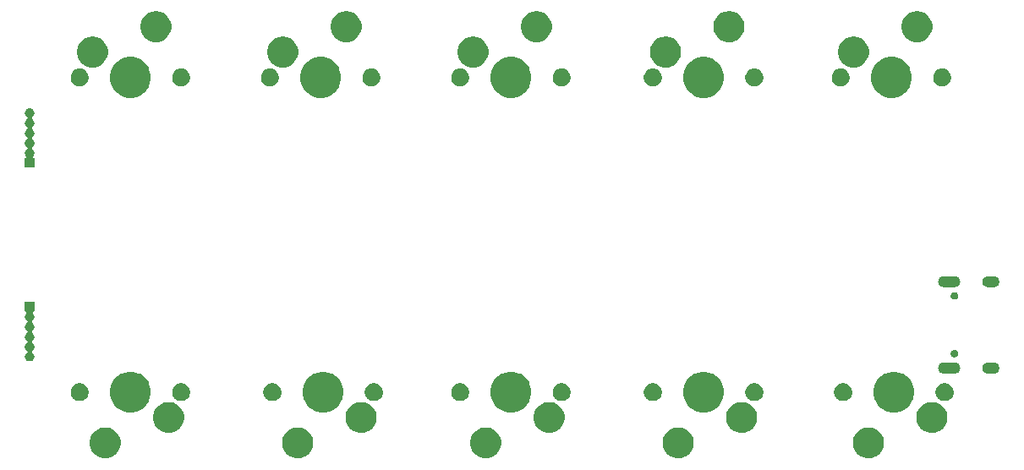
<source format=gbr>
G04 #@! TF.GenerationSoftware,KiCad,Pcbnew,(5.1.5)-3*
G04 #@! TF.CreationDate,2020-05-02T19:50:40+02:00*
G04 #@! TF.ProjectId,kyrremann,6b797272-656d-4616-9e6e-2e6b69636164,rev?*
G04 #@! TF.SameCoordinates,Original*
G04 #@! TF.FileFunction,Soldermask,Top*
G04 #@! TF.FilePolarity,Negative*
%FSLAX46Y46*%
G04 Gerber Fmt 4.6, Leading zero omitted, Abs format (unit mm)*
G04 Created by KiCad (PCBNEW (5.1.5)-3) date 2020-05-02 19:50:40*
%MOMM*%
%LPD*%
G04 APERTURE LIST*
%ADD10C,0.100000*%
G04 APERTURE END LIST*
D10*
G36*
X122043598Y-89311356D02*
G01*
X122193423Y-89341158D01*
X122475687Y-89458075D01*
X122729718Y-89627813D01*
X122945754Y-89843849D01*
X123115492Y-90097880D01*
X123232409Y-90380144D01*
X123292013Y-90679794D01*
X123292013Y-90985314D01*
X123232409Y-91284964D01*
X123115492Y-91567228D01*
X122945754Y-91821259D01*
X122729718Y-92037295D01*
X122475687Y-92207033D01*
X122193423Y-92323950D01*
X122043598Y-92353752D01*
X121893774Y-92383554D01*
X121588252Y-92383554D01*
X121438428Y-92353752D01*
X121288603Y-92323950D01*
X121006339Y-92207033D01*
X120752308Y-92037295D01*
X120536272Y-91821259D01*
X120366534Y-91567228D01*
X120249617Y-91284964D01*
X120190013Y-90985314D01*
X120190013Y-90679794D01*
X120249617Y-90380144D01*
X120366534Y-90097880D01*
X120536272Y-89843849D01*
X120752308Y-89627813D01*
X121006339Y-89458075D01*
X121288603Y-89341158D01*
X121438428Y-89311356D01*
X121588252Y-89281554D01*
X121893774Y-89281554D01*
X122043598Y-89311356D01*
G37*
G36*
X102750085Y-89311356D02*
G01*
X102899910Y-89341158D01*
X103182174Y-89458075D01*
X103436205Y-89627813D01*
X103652241Y-89843849D01*
X103821979Y-90097880D01*
X103938896Y-90380144D01*
X103998500Y-90679794D01*
X103998500Y-90985314D01*
X103938896Y-91284964D01*
X103821979Y-91567228D01*
X103652241Y-91821259D01*
X103436205Y-92037295D01*
X103182174Y-92207033D01*
X102899910Y-92323950D01*
X102750085Y-92353752D01*
X102600261Y-92383554D01*
X102294739Y-92383554D01*
X102144915Y-92353752D01*
X101995090Y-92323950D01*
X101712826Y-92207033D01*
X101458795Y-92037295D01*
X101242759Y-91821259D01*
X101073021Y-91567228D01*
X100956104Y-91284964D01*
X100896500Y-90985314D01*
X100896500Y-90679794D01*
X100956104Y-90380144D01*
X101073021Y-90097880D01*
X101242759Y-89843849D01*
X101458795Y-89627813D01*
X101712826Y-89458075D01*
X101995090Y-89341158D01*
X102144915Y-89311356D01*
X102294739Y-89281554D01*
X102600261Y-89281554D01*
X102750085Y-89311356D01*
G37*
G36*
X64650085Y-89311356D02*
G01*
X64799910Y-89341158D01*
X65082174Y-89458075D01*
X65336205Y-89627813D01*
X65552241Y-89843849D01*
X65721979Y-90097880D01*
X65838896Y-90380144D01*
X65898500Y-90679794D01*
X65898500Y-90985314D01*
X65838896Y-91284964D01*
X65721979Y-91567228D01*
X65552241Y-91821259D01*
X65336205Y-92037295D01*
X65082174Y-92207033D01*
X64799910Y-92323950D01*
X64650085Y-92353752D01*
X64500261Y-92383554D01*
X64194739Y-92383554D01*
X64044915Y-92353752D01*
X63895090Y-92323950D01*
X63612826Y-92207033D01*
X63358795Y-92037295D01*
X63142759Y-91821259D01*
X62973021Y-91567228D01*
X62856104Y-91284964D01*
X62796500Y-90985314D01*
X62796500Y-90679794D01*
X62856104Y-90380144D01*
X62973021Y-90097880D01*
X63142759Y-89843849D01*
X63358795Y-89627813D01*
X63612826Y-89458075D01*
X63895090Y-89341158D01*
X64044915Y-89311356D01*
X64194739Y-89281554D01*
X64500261Y-89281554D01*
X64650085Y-89311356D01*
G37*
G36*
X141093599Y-89311355D02*
G01*
X141243424Y-89341157D01*
X141525688Y-89458074D01*
X141779719Y-89627812D01*
X141995755Y-89843848D01*
X142165493Y-90097879D01*
X142282410Y-90380143D01*
X142342014Y-90679793D01*
X142342014Y-90985313D01*
X142282410Y-91284963D01*
X142165493Y-91567227D01*
X141995755Y-91821258D01*
X141779719Y-92037294D01*
X141525688Y-92207032D01*
X141243424Y-92323949D01*
X141093599Y-92353751D01*
X140943775Y-92383553D01*
X140638253Y-92383553D01*
X140488429Y-92353751D01*
X140338604Y-92323949D01*
X140056340Y-92207032D01*
X139802309Y-92037294D01*
X139586273Y-91821258D01*
X139416535Y-91567227D01*
X139299618Y-91284963D01*
X139240014Y-90985313D01*
X139240014Y-90679793D01*
X139299618Y-90380143D01*
X139416535Y-90097879D01*
X139586273Y-89843848D01*
X139802309Y-89627812D01*
X140056340Y-89458074D01*
X140338604Y-89341157D01*
X140488429Y-89311355D01*
X140638253Y-89281553D01*
X140943775Y-89281553D01*
X141093599Y-89311355D01*
G37*
G36*
X83943598Y-89311355D02*
G01*
X84093423Y-89341157D01*
X84375687Y-89458074D01*
X84629718Y-89627812D01*
X84845754Y-89843848D01*
X85015492Y-90097879D01*
X85132409Y-90380143D01*
X85192013Y-90679793D01*
X85192013Y-90985313D01*
X85132409Y-91284963D01*
X85015492Y-91567227D01*
X84845754Y-91821258D01*
X84629718Y-92037294D01*
X84375687Y-92207032D01*
X84093423Y-92323949D01*
X83943598Y-92353751D01*
X83793774Y-92383553D01*
X83488252Y-92383553D01*
X83338428Y-92353751D01*
X83188603Y-92323949D01*
X82906339Y-92207032D01*
X82652308Y-92037294D01*
X82436272Y-91821258D01*
X82266534Y-91567227D01*
X82149617Y-91284963D01*
X82090013Y-90985313D01*
X82090013Y-90679793D01*
X82149617Y-90380143D01*
X82266534Y-90097879D01*
X82436272Y-89843848D01*
X82652308Y-89627812D01*
X82906339Y-89458074D01*
X83188603Y-89341157D01*
X83338428Y-89311355D01*
X83488252Y-89281553D01*
X83793774Y-89281553D01*
X83943598Y-89311355D01*
G37*
G36*
X109100085Y-86771356D02*
G01*
X109249910Y-86801158D01*
X109532174Y-86918075D01*
X109786205Y-87087813D01*
X110002241Y-87303849D01*
X110171979Y-87557880D01*
X110288896Y-87840144D01*
X110348500Y-88139794D01*
X110348500Y-88445314D01*
X110288896Y-88744964D01*
X110171979Y-89027228D01*
X110002241Y-89281259D01*
X109786205Y-89497295D01*
X109532174Y-89667033D01*
X109249910Y-89783950D01*
X109100085Y-89813752D01*
X108950261Y-89843554D01*
X108644739Y-89843554D01*
X108494915Y-89813752D01*
X108345090Y-89783950D01*
X108062826Y-89667033D01*
X107808795Y-89497295D01*
X107592759Y-89281259D01*
X107423021Y-89027228D01*
X107306104Y-88744964D01*
X107246500Y-88445314D01*
X107246500Y-88139794D01*
X107306104Y-87840144D01*
X107423021Y-87557880D01*
X107592759Y-87303849D01*
X107808795Y-87087813D01*
X108062826Y-86918075D01*
X108345090Y-86801158D01*
X108494915Y-86771356D01*
X108644739Y-86741554D01*
X108950261Y-86741554D01*
X109100085Y-86771356D01*
G37*
G36*
X128393598Y-86771356D02*
G01*
X128543423Y-86801158D01*
X128825687Y-86918075D01*
X129079718Y-87087813D01*
X129295754Y-87303849D01*
X129465492Y-87557880D01*
X129582409Y-87840144D01*
X129642013Y-88139794D01*
X129642013Y-88445314D01*
X129582409Y-88744964D01*
X129465492Y-89027228D01*
X129295754Y-89281259D01*
X129079718Y-89497295D01*
X128825687Y-89667033D01*
X128543423Y-89783950D01*
X128393598Y-89813752D01*
X128243774Y-89843554D01*
X127938252Y-89843554D01*
X127788428Y-89813752D01*
X127638603Y-89783950D01*
X127356339Y-89667033D01*
X127102308Y-89497295D01*
X126886272Y-89281259D01*
X126716534Y-89027228D01*
X126599617Y-88744964D01*
X126540013Y-88445314D01*
X126540013Y-88139794D01*
X126599617Y-87840144D01*
X126716534Y-87557880D01*
X126886272Y-87303849D01*
X127102308Y-87087813D01*
X127356339Y-86918075D01*
X127638603Y-86801158D01*
X127788428Y-86771356D01*
X127938252Y-86741554D01*
X128243774Y-86741554D01*
X128393598Y-86771356D01*
G37*
G36*
X71000085Y-86771356D02*
G01*
X71149910Y-86801158D01*
X71432174Y-86918075D01*
X71686205Y-87087813D01*
X71902241Y-87303849D01*
X72071979Y-87557880D01*
X72188896Y-87840144D01*
X72248500Y-88139794D01*
X72248500Y-88445314D01*
X72188896Y-88744964D01*
X72071979Y-89027228D01*
X71902241Y-89281259D01*
X71686205Y-89497295D01*
X71432174Y-89667033D01*
X71149910Y-89783950D01*
X71000085Y-89813752D01*
X70850261Y-89843554D01*
X70544739Y-89843554D01*
X70394915Y-89813752D01*
X70245090Y-89783950D01*
X69962826Y-89667033D01*
X69708795Y-89497295D01*
X69492759Y-89281259D01*
X69323021Y-89027228D01*
X69206104Y-88744964D01*
X69146500Y-88445314D01*
X69146500Y-88139794D01*
X69206104Y-87840144D01*
X69323021Y-87557880D01*
X69492759Y-87303849D01*
X69708795Y-87087813D01*
X69962826Y-86918075D01*
X70245090Y-86801158D01*
X70394915Y-86771356D01*
X70544739Y-86741554D01*
X70850261Y-86741554D01*
X71000085Y-86771356D01*
G37*
G36*
X90293598Y-86771355D02*
G01*
X90443423Y-86801157D01*
X90725687Y-86918074D01*
X90979718Y-87087812D01*
X91195754Y-87303848D01*
X91365492Y-87557879D01*
X91482409Y-87840143D01*
X91542013Y-88139793D01*
X91542013Y-88445313D01*
X91482409Y-88744963D01*
X91365492Y-89027227D01*
X91195754Y-89281258D01*
X90979718Y-89497294D01*
X90725687Y-89667032D01*
X90443423Y-89783949D01*
X90293598Y-89813751D01*
X90143774Y-89843553D01*
X89838252Y-89843553D01*
X89688428Y-89813751D01*
X89538603Y-89783949D01*
X89256339Y-89667032D01*
X89002308Y-89497294D01*
X88786272Y-89281258D01*
X88616534Y-89027227D01*
X88499617Y-88744963D01*
X88440013Y-88445313D01*
X88440013Y-88139793D01*
X88499617Y-87840143D01*
X88616534Y-87557879D01*
X88786272Y-87303848D01*
X89002308Y-87087812D01*
X89256339Y-86918074D01*
X89538603Y-86801157D01*
X89688428Y-86771355D01*
X89838252Y-86741553D01*
X90143774Y-86741553D01*
X90293598Y-86771355D01*
G37*
G36*
X147443599Y-86771355D02*
G01*
X147593424Y-86801157D01*
X147875688Y-86918074D01*
X148129719Y-87087812D01*
X148345755Y-87303848D01*
X148515493Y-87557879D01*
X148632410Y-87840143D01*
X148692014Y-88139793D01*
X148692014Y-88445313D01*
X148632410Y-88744963D01*
X148515493Y-89027227D01*
X148345755Y-89281258D01*
X148129719Y-89497294D01*
X147875688Y-89667032D01*
X147593424Y-89783949D01*
X147443599Y-89813751D01*
X147293775Y-89843553D01*
X146988253Y-89843553D01*
X146838429Y-89813751D01*
X146688604Y-89783949D01*
X146406340Y-89667032D01*
X146152309Y-89497294D01*
X145936273Y-89281258D01*
X145766535Y-89027227D01*
X145649618Y-88744963D01*
X145590014Y-88445313D01*
X145590014Y-88139793D01*
X145649618Y-87840143D01*
X145766535Y-87557879D01*
X145936273Y-87303848D01*
X146152309Y-87087812D01*
X146406340Y-86918074D01*
X146688604Y-86801157D01*
X146838429Y-86771355D01*
X146988253Y-86741553D01*
X147293775Y-86741553D01*
X147443599Y-86771355D01*
G37*
G36*
X124877487Y-83786238D02*
G01*
X125062872Y-83863027D01*
X125249636Y-83940387D01*
X125584561Y-84164177D01*
X125869390Y-84449006D01*
X126093180Y-84783931D01*
X126157030Y-84938080D01*
X126247329Y-85156080D01*
X126325913Y-85551148D01*
X126325913Y-85953960D01*
X126247329Y-86349028D01*
X126163335Y-86551806D01*
X126093180Y-86721177D01*
X125869390Y-87056102D01*
X125584561Y-87340931D01*
X125249636Y-87564721D01*
X125095487Y-87628571D01*
X124877487Y-87718870D01*
X124482419Y-87797454D01*
X124079607Y-87797454D01*
X123684539Y-87718870D01*
X123466539Y-87628571D01*
X123312390Y-87564721D01*
X122977465Y-87340931D01*
X122692636Y-87056102D01*
X122468846Y-86721177D01*
X122398691Y-86551806D01*
X122314697Y-86349028D01*
X122236113Y-85953960D01*
X122236113Y-85551148D01*
X122314697Y-85156080D01*
X122404996Y-84938080D01*
X122468846Y-84783931D01*
X122692636Y-84449006D01*
X122977465Y-84164177D01*
X123312390Y-83940387D01*
X123499154Y-83863027D01*
X123684539Y-83786238D01*
X124079607Y-83707654D01*
X124482419Y-83707654D01*
X124877487Y-83786238D01*
G37*
G36*
X67483974Y-83786238D02*
G01*
X67669359Y-83863027D01*
X67856123Y-83940387D01*
X68191048Y-84164177D01*
X68475877Y-84449006D01*
X68699667Y-84783931D01*
X68763517Y-84938080D01*
X68853816Y-85156080D01*
X68932400Y-85551148D01*
X68932400Y-85953960D01*
X68853816Y-86349028D01*
X68769822Y-86551806D01*
X68699667Y-86721177D01*
X68475877Y-87056102D01*
X68191048Y-87340931D01*
X67856123Y-87564721D01*
X67701974Y-87628571D01*
X67483974Y-87718870D01*
X67088906Y-87797454D01*
X66686094Y-87797454D01*
X66291026Y-87718870D01*
X66073026Y-87628571D01*
X65918877Y-87564721D01*
X65583952Y-87340931D01*
X65299123Y-87056102D01*
X65075333Y-86721177D01*
X65005178Y-86551806D01*
X64921184Y-86349028D01*
X64842600Y-85953960D01*
X64842600Y-85551148D01*
X64921184Y-85156080D01*
X65011483Y-84938080D01*
X65075333Y-84783931D01*
X65299123Y-84449006D01*
X65583952Y-84164177D01*
X65918877Y-83940387D01*
X66105641Y-83863027D01*
X66291026Y-83786238D01*
X66686094Y-83707654D01*
X67088906Y-83707654D01*
X67483974Y-83786238D01*
G37*
G36*
X105583974Y-83786238D02*
G01*
X105769359Y-83863027D01*
X105956123Y-83940387D01*
X106291048Y-84164177D01*
X106575877Y-84449006D01*
X106799667Y-84783931D01*
X106863517Y-84938080D01*
X106953816Y-85156080D01*
X107032400Y-85551148D01*
X107032400Y-85953960D01*
X106953816Y-86349028D01*
X106869822Y-86551806D01*
X106799667Y-86721177D01*
X106575877Y-87056102D01*
X106291048Y-87340931D01*
X105956123Y-87564721D01*
X105801974Y-87628571D01*
X105583974Y-87718870D01*
X105188906Y-87797454D01*
X104786094Y-87797454D01*
X104391026Y-87718870D01*
X104173026Y-87628571D01*
X104018877Y-87564721D01*
X103683952Y-87340931D01*
X103399123Y-87056102D01*
X103175333Y-86721177D01*
X103105178Y-86551806D01*
X103021184Y-86349028D01*
X102942600Y-85953960D01*
X102942600Y-85551148D01*
X103021184Y-85156080D01*
X103111483Y-84938080D01*
X103175333Y-84783931D01*
X103399123Y-84449006D01*
X103683952Y-84164177D01*
X104018877Y-83940387D01*
X104205641Y-83863027D01*
X104391026Y-83786238D01*
X104786094Y-83707654D01*
X105188906Y-83707654D01*
X105583974Y-83786238D01*
G37*
G36*
X143927488Y-83786237D02*
G01*
X144112875Y-83863027D01*
X144299637Y-83940386D01*
X144634562Y-84164176D01*
X144919391Y-84449005D01*
X145143181Y-84783930D01*
X145185175Y-84885313D01*
X145297330Y-85156079D01*
X145375914Y-85551147D01*
X145375914Y-85953959D01*
X145297330Y-86349027D01*
X145254218Y-86453108D01*
X145143181Y-86721176D01*
X144919391Y-87056101D01*
X144634562Y-87340930D01*
X144299637Y-87564720D01*
X144145488Y-87628570D01*
X143927488Y-87718869D01*
X143532420Y-87797453D01*
X143129608Y-87797453D01*
X142734540Y-87718869D01*
X142516540Y-87628570D01*
X142362391Y-87564720D01*
X142027466Y-87340930D01*
X141742637Y-87056101D01*
X141518847Y-86721176D01*
X141407810Y-86453108D01*
X141364698Y-86349027D01*
X141286114Y-85953959D01*
X141286114Y-85551147D01*
X141364698Y-85156079D01*
X141476853Y-84885313D01*
X141518847Y-84783930D01*
X141742637Y-84449005D01*
X142027466Y-84164176D01*
X142362391Y-83940386D01*
X142549153Y-83863027D01*
X142734540Y-83786237D01*
X143129608Y-83707653D01*
X143532420Y-83707653D01*
X143927488Y-83786237D01*
G37*
G36*
X86777487Y-83786237D02*
G01*
X86962874Y-83863027D01*
X87149636Y-83940386D01*
X87484561Y-84164176D01*
X87769390Y-84449005D01*
X87993180Y-84783930D01*
X88035174Y-84885313D01*
X88147329Y-85156079D01*
X88225913Y-85551147D01*
X88225913Y-85953959D01*
X88147329Y-86349027D01*
X88104217Y-86453108D01*
X87993180Y-86721176D01*
X87769390Y-87056101D01*
X87484561Y-87340930D01*
X87149636Y-87564720D01*
X86995487Y-87628570D01*
X86777487Y-87718869D01*
X86382419Y-87797453D01*
X85979607Y-87797453D01*
X85584539Y-87718869D01*
X85366539Y-87628570D01*
X85212390Y-87564720D01*
X84877465Y-87340930D01*
X84592636Y-87056101D01*
X84368846Y-86721176D01*
X84257809Y-86453108D01*
X84214697Y-86349027D01*
X84136113Y-85953959D01*
X84136113Y-85551147D01*
X84214697Y-85156079D01*
X84326852Y-84885313D01*
X84368846Y-84783930D01*
X84592636Y-84449005D01*
X84877465Y-84164176D01*
X85212390Y-83940386D01*
X85399152Y-83863027D01*
X85584539Y-83786237D01*
X85979607Y-83707653D01*
X86382419Y-83707653D01*
X86777487Y-83786237D01*
G37*
G36*
X100083452Y-84867983D02*
G01*
X100170575Y-84885313D01*
X100279998Y-84930638D01*
X100334711Y-84953301D01*
X100481433Y-85051337D01*
X100482428Y-85052002D01*
X100608052Y-85177626D01*
X100608053Y-85177628D01*
X100608054Y-85177629D01*
X100706753Y-85325343D01*
X100706753Y-85325344D01*
X100774741Y-85489479D01*
X100774741Y-85489481D01*
X100809400Y-85663722D01*
X100809400Y-85841383D01*
X100774741Y-86015629D01*
X100729416Y-86125052D01*
X100706753Y-86179765D01*
X100608717Y-86326487D01*
X100608052Y-86327482D01*
X100482428Y-86453106D01*
X100482425Y-86453108D01*
X100334711Y-86551807D01*
X100279998Y-86574470D01*
X100170575Y-86619795D01*
X100083452Y-86637125D01*
X99996331Y-86654454D01*
X99818669Y-86654454D01*
X99731548Y-86637125D01*
X99644425Y-86619795D01*
X99535002Y-86574470D01*
X99480289Y-86551807D01*
X99332575Y-86453108D01*
X99332572Y-86453106D01*
X99206948Y-86327482D01*
X99206283Y-86326487D01*
X99108247Y-86179765D01*
X99085584Y-86125052D01*
X99040259Y-86015629D01*
X99005600Y-85841383D01*
X99005600Y-85663725D01*
X99005601Y-85663722D01*
X99040259Y-85489481D01*
X99040259Y-85489479D01*
X99108247Y-85325344D01*
X99108247Y-85325343D01*
X99206946Y-85177629D01*
X99206947Y-85177628D01*
X99206948Y-85177626D01*
X99332572Y-85052002D01*
X99333567Y-85051337D01*
X99480289Y-84953301D01*
X99535002Y-84930638D01*
X99644425Y-84885313D01*
X99731548Y-84867983D01*
X99818669Y-84850654D01*
X99996331Y-84850654D01*
X100083452Y-84867983D01*
G37*
G36*
X72143452Y-84867983D02*
G01*
X72230575Y-84885313D01*
X72339998Y-84930638D01*
X72394711Y-84953301D01*
X72541433Y-85051337D01*
X72542428Y-85052002D01*
X72668052Y-85177626D01*
X72668053Y-85177628D01*
X72668054Y-85177629D01*
X72766753Y-85325343D01*
X72766753Y-85325344D01*
X72834741Y-85489479D01*
X72834741Y-85489481D01*
X72869400Y-85663722D01*
X72869400Y-85841383D01*
X72834741Y-86015629D01*
X72789416Y-86125052D01*
X72766753Y-86179765D01*
X72668717Y-86326487D01*
X72668052Y-86327482D01*
X72542428Y-86453106D01*
X72542425Y-86453108D01*
X72394711Y-86551807D01*
X72339998Y-86574470D01*
X72230575Y-86619795D01*
X72143452Y-86637125D01*
X72056331Y-86654454D01*
X71878669Y-86654454D01*
X71791548Y-86637125D01*
X71704425Y-86619795D01*
X71595002Y-86574470D01*
X71540289Y-86551807D01*
X71392575Y-86453108D01*
X71392572Y-86453106D01*
X71266948Y-86327482D01*
X71266283Y-86326487D01*
X71168247Y-86179765D01*
X71145584Y-86125052D01*
X71100259Y-86015629D01*
X71065600Y-85841383D01*
X71065600Y-85663725D01*
X71065601Y-85663722D01*
X71100259Y-85489481D01*
X71100259Y-85489479D01*
X71168247Y-85325344D01*
X71168247Y-85325343D01*
X71266946Y-85177629D01*
X71266947Y-85177628D01*
X71266948Y-85177626D01*
X71392572Y-85052002D01*
X71393567Y-85051337D01*
X71540289Y-84953301D01*
X71595002Y-84930638D01*
X71704425Y-84885313D01*
X71791548Y-84867983D01*
X71878669Y-84850654D01*
X72056331Y-84850654D01*
X72143452Y-84867983D01*
G37*
G36*
X61983452Y-84867983D02*
G01*
X62070575Y-84885313D01*
X62179998Y-84930638D01*
X62234711Y-84953301D01*
X62381433Y-85051337D01*
X62382428Y-85052002D01*
X62508052Y-85177626D01*
X62508053Y-85177628D01*
X62508054Y-85177629D01*
X62606753Y-85325343D01*
X62606753Y-85325344D01*
X62674741Y-85489479D01*
X62674741Y-85489481D01*
X62709400Y-85663722D01*
X62709400Y-85841383D01*
X62674741Y-86015629D01*
X62629416Y-86125052D01*
X62606753Y-86179765D01*
X62508717Y-86326487D01*
X62508052Y-86327482D01*
X62382428Y-86453106D01*
X62382425Y-86453108D01*
X62234711Y-86551807D01*
X62179998Y-86574470D01*
X62070575Y-86619795D01*
X61983452Y-86637125D01*
X61896331Y-86654454D01*
X61718669Y-86654454D01*
X61631548Y-86637125D01*
X61544425Y-86619795D01*
X61435002Y-86574470D01*
X61380289Y-86551807D01*
X61232575Y-86453108D01*
X61232572Y-86453106D01*
X61106948Y-86327482D01*
X61106283Y-86326487D01*
X61008247Y-86179765D01*
X60985584Y-86125052D01*
X60940259Y-86015629D01*
X60905600Y-85841383D01*
X60905600Y-85663725D01*
X60905601Y-85663722D01*
X60940259Y-85489481D01*
X60940259Y-85489479D01*
X61008247Y-85325344D01*
X61008247Y-85325343D01*
X61106946Y-85177629D01*
X61106947Y-85177628D01*
X61106948Y-85177626D01*
X61232572Y-85052002D01*
X61233567Y-85051337D01*
X61380289Y-84953301D01*
X61435002Y-84930638D01*
X61544425Y-84885313D01*
X61631548Y-84867983D01*
X61718669Y-84850654D01*
X61896331Y-84850654D01*
X61983452Y-84867983D01*
G37*
G36*
X119376965Y-84867983D02*
G01*
X119464088Y-84885313D01*
X119573511Y-84930638D01*
X119628224Y-84953301D01*
X119774946Y-85051337D01*
X119775941Y-85052002D01*
X119901565Y-85177626D01*
X119901566Y-85177628D01*
X119901567Y-85177629D01*
X120000266Y-85325343D01*
X120000266Y-85325344D01*
X120068254Y-85489479D01*
X120068254Y-85489481D01*
X120102913Y-85663722D01*
X120102913Y-85841383D01*
X120068254Y-86015629D01*
X120022929Y-86125052D01*
X120000266Y-86179765D01*
X119902230Y-86326487D01*
X119901565Y-86327482D01*
X119775941Y-86453106D01*
X119775938Y-86453108D01*
X119628224Y-86551807D01*
X119573511Y-86574470D01*
X119464088Y-86619795D01*
X119376965Y-86637124D01*
X119289844Y-86654454D01*
X119112182Y-86654454D01*
X119025061Y-86637125D01*
X118937938Y-86619795D01*
X118828515Y-86574470D01*
X118773802Y-86551807D01*
X118626088Y-86453108D01*
X118626085Y-86453106D01*
X118500461Y-86327482D01*
X118499796Y-86326487D01*
X118401760Y-86179765D01*
X118379097Y-86125052D01*
X118333772Y-86015629D01*
X118299113Y-85841383D01*
X118299113Y-85663725D01*
X118299114Y-85663722D01*
X118333772Y-85489481D01*
X118333772Y-85489479D01*
X118401760Y-85325344D01*
X118401760Y-85325343D01*
X118500459Y-85177629D01*
X118500460Y-85177628D01*
X118500461Y-85177626D01*
X118626085Y-85052002D01*
X118627080Y-85051337D01*
X118773802Y-84953301D01*
X118828515Y-84930638D01*
X118937938Y-84885313D01*
X119025061Y-84867984D01*
X119112182Y-84850654D01*
X119289844Y-84850654D01*
X119376965Y-84867983D01*
G37*
G36*
X129536965Y-84867983D02*
G01*
X129624088Y-84885313D01*
X129733511Y-84930638D01*
X129788224Y-84953301D01*
X129934946Y-85051337D01*
X129935941Y-85052002D01*
X130061565Y-85177626D01*
X130061566Y-85177628D01*
X130061567Y-85177629D01*
X130160266Y-85325343D01*
X130160266Y-85325344D01*
X130228254Y-85489479D01*
X130228254Y-85489481D01*
X130262913Y-85663722D01*
X130262913Y-85841383D01*
X130228254Y-86015629D01*
X130182929Y-86125052D01*
X130160266Y-86179765D01*
X130062230Y-86326487D01*
X130061565Y-86327482D01*
X129935941Y-86453106D01*
X129935938Y-86453108D01*
X129788224Y-86551807D01*
X129733511Y-86574470D01*
X129624088Y-86619795D01*
X129536965Y-86637124D01*
X129449844Y-86654454D01*
X129272182Y-86654454D01*
X129185061Y-86637125D01*
X129097938Y-86619795D01*
X128988515Y-86574470D01*
X128933802Y-86551807D01*
X128786088Y-86453108D01*
X128786085Y-86453106D01*
X128660461Y-86327482D01*
X128659796Y-86326487D01*
X128561760Y-86179765D01*
X128539097Y-86125052D01*
X128493772Y-86015629D01*
X128459113Y-85841383D01*
X128459113Y-85663725D01*
X128459114Y-85663722D01*
X128493772Y-85489481D01*
X128493772Y-85489479D01*
X128561760Y-85325344D01*
X128561760Y-85325343D01*
X128660459Y-85177629D01*
X128660460Y-85177628D01*
X128660461Y-85177626D01*
X128786085Y-85052002D01*
X128787080Y-85051337D01*
X128933802Y-84953301D01*
X128988515Y-84930638D01*
X129097938Y-84885313D01*
X129185061Y-84867984D01*
X129272182Y-84850654D01*
X129449844Y-84850654D01*
X129536965Y-84867983D01*
G37*
G36*
X110243452Y-84867983D02*
G01*
X110330575Y-84885313D01*
X110439998Y-84930638D01*
X110494711Y-84953301D01*
X110641433Y-85051337D01*
X110642428Y-85052002D01*
X110768052Y-85177626D01*
X110768053Y-85177628D01*
X110768054Y-85177629D01*
X110866753Y-85325343D01*
X110866753Y-85325344D01*
X110934741Y-85489479D01*
X110934741Y-85489481D01*
X110969400Y-85663722D01*
X110969400Y-85841383D01*
X110934741Y-86015629D01*
X110889416Y-86125052D01*
X110866753Y-86179765D01*
X110768717Y-86326487D01*
X110768052Y-86327482D01*
X110642428Y-86453106D01*
X110642425Y-86453108D01*
X110494711Y-86551807D01*
X110439998Y-86574470D01*
X110330575Y-86619795D01*
X110243452Y-86637124D01*
X110156331Y-86654454D01*
X109978669Y-86654454D01*
X109891548Y-86637125D01*
X109804425Y-86619795D01*
X109695002Y-86574470D01*
X109640289Y-86551807D01*
X109492575Y-86453108D01*
X109492572Y-86453106D01*
X109366948Y-86327482D01*
X109366283Y-86326487D01*
X109268247Y-86179765D01*
X109245584Y-86125052D01*
X109200259Y-86015629D01*
X109165600Y-85841383D01*
X109165600Y-85663725D01*
X109165601Y-85663722D01*
X109200259Y-85489481D01*
X109200259Y-85489479D01*
X109268247Y-85325344D01*
X109268247Y-85325343D01*
X109366946Y-85177629D01*
X109366947Y-85177628D01*
X109366948Y-85177626D01*
X109492572Y-85052002D01*
X109493567Y-85051337D01*
X109640289Y-84953301D01*
X109695002Y-84930638D01*
X109804425Y-84885313D01*
X109891548Y-84867983D01*
X109978669Y-84850654D01*
X110156331Y-84850654D01*
X110243452Y-84867983D01*
G37*
G36*
X91436965Y-84867982D02*
G01*
X91524088Y-84885312D01*
X91633511Y-84930637D01*
X91688224Y-84953300D01*
X91834946Y-85051336D01*
X91835941Y-85052001D01*
X91961565Y-85177625D01*
X91961567Y-85177628D01*
X92060266Y-85325342D01*
X92082929Y-85380055D01*
X92128254Y-85489478D01*
X92140520Y-85551147D01*
X92162913Y-85663722D01*
X92162913Y-85841384D01*
X92145584Y-85928505D01*
X92128254Y-86015628D01*
X92082929Y-86125051D01*
X92060266Y-86179764D01*
X92060265Y-86179765D01*
X91961565Y-86327481D01*
X91835941Y-86453105D01*
X91835938Y-86453107D01*
X91688224Y-86551806D01*
X91633511Y-86574469D01*
X91524088Y-86619794D01*
X91436965Y-86637124D01*
X91349844Y-86654453D01*
X91172182Y-86654453D01*
X91085061Y-86637124D01*
X90997938Y-86619794D01*
X90888515Y-86574469D01*
X90833802Y-86551806D01*
X90686088Y-86453107D01*
X90686085Y-86453105D01*
X90560461Y-86327481D01*
X90461761Y-86179765D01*
X90461760Y-86179764D01*
X90439097Y-86125051D01*
X90393772Y-86015628D01*
X90376442Y-85928505D01*
X90359113Y-85841384D01*
X90359113Y-85663722D01*
X90381506Y-85551147D01*
X90393772Y-85489478D01*
X90439097Y-85380055D01*
X90461760Y-85325342D01*
X90560459Y-85177628D01*
X90560461Y-85177625D01*
X90686085Y-85052001D01*
X90687080Y-85051336D01*
X90833802Y-84953300D01*
X90888515Y-84930637D01*
X90997938Y-84885312D01*
X91085061Y-84867982D01*
X91172182Y-84850653D01*
X91349844Y-84850653D01*
X91436965Y-84867982D01*
G37*
G36*
X138426966Y-84867982D02*
G01*
X138514089Y-84885312D01*
X138623512Y-84930637D01*
X138678225Y-84953300D01*
X138824947Y-85051336D01*
X138825942Y-85052001D01*
X138951566Y-85177625D01*
X138951568Y-85177628D01*
X139050267Y-85325342D01*
X139072930Y-85380055D01*
X139118255Y-85489478D01*
X139130521Y-85551147D01*
X139152914Y-85663722D01*
X139152914Y-85841384D01*
X139135584Y-85928505D01*
X139118255Y-86015628D01*
X139072930Y-86125051D01*
X139050267Y-86179764D01*
X139050266Y-86179765D01*
X138951566Y-86327481D01*
X138825942Y-86453105D01*
X138825939Y-86453107D01*
X138678225Y-86551806D01*
X138623512Y-86574469D01*
X138514089Y-86619794D01*
X138426966Y-86637124D01*
X138339845Y-86654453D01*
X138162183Y-86654453D01*
X138075062Y-86637124D01*
X137987939Y-86619794D01*
X137878516Y-86574469D01*
X137823803Y-86551806D01*
X137676089Y-86453107D01*
X137676086Y-86453105D01*
X137550462Y-86327481D01*
X137451762Y-86179765D01*
X137451761Y-86179764D01*
X137429098Y-86125051D01*
X137383773Y-86015628D01*
X137366443Y-85928505D01*
X137349114Y-85841384D01*
X137349114Y-85663722D01*
X137371507Y-85551147D01*
X137383773Y-85489478D01*
X137429098Y-85380055D01*
X137451761Y-85325342D01*
X137550460Y-85177628D01*
X137550462Y-85177625D01*
X137676086Y-85052001D01*
X137677081Y-85051336D01*
X137823803Y-84953300D01*
X137878516Y-84930637D01*
X137987939Y-84885312D01*
X138075062Y-84867982D01*
X138162183Y-84850653D01*
X138339845Y-84850653D01*
X138426966Y-84867982D01*
G37*
G36*
X148586966Y-84867982D02*
G01*
X148674089Y-84885312D01*
X148783512Y-84930637D01*
X148838225Y-84953300D01*
X148984947Y-85051336D01*
X148985942Y-85052001D01*
X149111566Y-85177625D01*
X149111568Y-85177628D01*
X149210267Y-85325342D01*
X149232930Y-85380055D01*
X149278255Y-85489478D01*
X149290521Y-85551147D01*
X149312914Y-85663722D01*
X149312914Y-85841384D01*
X149295584Y-85928505D01*
X149278255Y-86015628D01*
X149232930Y-86125051D01*
X149210267Y-86179764D01*
X149210266Y-86179765D01*
X149111566Y-86327481D01*
X148985942Y-86453105D01*
X148985939Y-86453107D01*
X148838225Y-86551806D01*
X148783512Y-86574469D01*
X148674089Y-86619794D01*
X148586966Y-86637124D01*
X148499845Y-86654453D01*
X148322183Y-86654453D01*
X148235062Y-86637124D01*
X148147939Y-86619794D01*
X148038516Y-86574469D01*
X147983803Y-86551806D01*
X147836089Y-86453107D01*
X147836086Y-86453105D01*
X147710462Y-86327481D01*
X147611762Y-86179765D01*
X147611761Y-86179764D01*
X147589098Y-86125051D01*
X147543773Y-86015628D01*
X147526443Y-85928505D01*
X147509114Y-85841384D01*
X147509114Y-85663722D01*
X147531507Y-85551147D01*
X147543773Y-85489478D01*
X147589098Y-85380055D01*
X147611761Y-85325342D01*
X147710460Y-85177628D01*
X147710462Y-85177625D01*
X147836086Y-85052001D01*
X147837081Y-85051336D01*
X147983803Y-84953300D01*
X148038516Y-84930637D01*
X148147939Y-84885312D01*
X148235062Y-84867982D01*
X148322183Y-84850653D01*
X148499845Y-84850653D01*
X148586966Y-84867982D01*
G37*
G36*
X81276965Y-84867982D02*
G01*
X81364088Y-84885312D01*
X81473511Y-84930637D01*
X81528224Y-84953300D01*
X81674946Y-85051336D01*
X81675941Y-85052001D01*
X81801565Y-85177625D01*
X81801567Y-85177628D01*
X81900266Y-85325342D01*
X81922929Y-85380055D01*
X81968254Y-85489478D01*
X81980520Y-85551147D01*
X82002913Y-85663722D01*
X82002913Y-85841384D01*
X81985584Y-85928505D01*
X81968254Y-86015628D01*
X81922929Y-86125051D01*
X81900266Y-86179764D01*
X81900265Y-86179765D01*
X81801565Y-86327481D01*
X81675941Y-86453105D01*
X81675938Y-86453107D01*
X81528224Y-86551806D01*
X81473511Y-86574469D01*
X81364088Y-86619794D01*
X81276965Y-86637124D01*
X81189844Y-86654453D01*
X81012182Y-86654453D01*
X80925061Y-86637124D01*
X80837938Y-86619794D01*
X80728515Y-86574469D01*
X80673802Y-86551806D01*
X80526088Y-86453107D01*
X80526085Y-86453105D01*
X80400461Y-86327481D01*
X80301761Y-86179765D01*
X80301760Y-86179764D01*
X80279097Y-86125051D01*
X80233772Y-86015628D01*
X80216442Y-85928505D01*
X80199113Y-85841384D01*
X80199113Y-85663722D01*
X80221506Y-85551147D01*
X80233772Y-85489478D01*
X80279097Y-85380055D01*
X80301760Y-85325342D01*
X80400459Y-85177628D01*
X80400461Y-85177625D01*
X80526085Y-85052001D01*
X80527080Y-85051336D01*
X80673802Y-84953300D01*
X80728515Y-84930637D01*
X80837938Y-84885312D01*
X80925061Y-84867982D01*
X81012182Y-84850653D01*
X81189844Y-84850653D01*
X81276965Y-84867982D01*
G37*
G36*
X153458015Y-82776973D02*
G01*
X153561879Y-82808479D01*
X153589055Y-82823005D01*
X153657600Y-82859643D01*
X153741501Y-82928499D01*
X153810357Y-83012400D01*
X153846995Y-83080945D01*
X153861521Y-83108121D01*
X153893027Y-83211985D01*
X153903666Y-83320000D01*
X153893027Y-83428015D01*
X153861521Y-83531879D01*
X153861519Y-83531882D01*
X153810357Y-83627600D01*
X153741501Y-83711501D01*
X153657600Y-83780357D01*
X153589055Y-83816995D01*
X153561879Y-83831521D01*
X153458015Y-83863027D01*
X153377067Y-83871000D01*
X152722933Y-83871000D01*
X152641985Y-83863027D01*
X152538121Y-83831521D01*
X152510945Y-83816995D01*
X152442400Y-83780357D01*
X152358499Y-83711501D01*
X152289643Y-83627600D01*
X152238481Y-83531882D01*
X152238479Y-83531879D01*
X152206973Y-83428015D01*
X152196334Y-83320000D01*
X152206973Y-83211985D01*
X152238479Y-83108121D01*
X152253005Y-83080945D01*
X152289643Y-83012400D01*
X152358499Y-82928499D01*
X152442400Y-82859643D01*
X152510945Y-82823005D01*
X152538121Y-82808479D01*
X152641985Y-82776973D01*
X152722933Y-82769000D01*
X153377067Y-82769000D01*
X153458015Y-82776973D01*
G37*
G36*
X149528015Y-82776973D02*
G01*
X149631879Y-82808479D01*
X149659055Y-82823005D01*
X149727600Y-82859643D01*
X149811501Y-82928499D01*
X149880357Y-83012400D01*
X149916995Y-83080945D01*
X149931521Y-83108121D01*
X149963027Y-83211985D01*
X149973666Y-83320000D01*
X149963027Y-83428015D01*
X149931521Y-83531879D01*
X149931519Y-83531882D01*
X149880357Y-83627600D01*
X149811501Y-83711501D01*
X149727600Y-83780357D01*
X149659055Y-83816995D01*
X149631879Y-83831521D01*
X149528015Y-83863027D01*
X149447067Y-83871000D01*
X148292933Y-83871000D01*
X148211985Y-83863027D01*
X148108121Y-83831521D01*
X148080945Y-83816995D01*
X148012400Y-83780357D01*
X147928499Y-83711501D01*
X147859643Y-83627600D01*
X147808481Y-83531882D01*
X147808479Y-83531879D01*
X147776973Y-83428015D01*
X147766334Y-83320000D01*
X147776973Y-83211985D01*
X147808479Y-83108121D01*
X147823005Y-83080945D01*
X147859643Y-83012400D01*
X147928499Y-82928499D01*
X148012400Y-82859643D01*
X148080945Y-82823005D01*
X148108121Y-82808479D01*
X148211985Y-82776973D01*
X148292933Y-82769000D01*
X149447067Y-82769000D01*
X149528015Y-82776973D01*
G37*
G36*
X57276000Y-77676000D02*
G01*
X57250940Y-77676000D01*
X57226554Y-77678402D01*
X57203105Y-77685515D01*
X57181494Y-77697066D01*
X57162552Y-77712611D01*
X57147007Y-77731553D01*
X57135456Y-77753164D01*
X57128343Y-77776613D01*
X57125941Y-77800999D01*
X57128343Y-77825385D01*
X57135456Y-77848834D01*
X57147007Y-77870445D01*
X57162552Y-77889387D01*
X57169733Y-77896568D01*
X57221826Y-77974530D01*
X57221826Y-77974531D01*
X57257708Y-78061157D01*
X57276000Y-78153117D01*
X57276000Y-78246883D01*
X57257708Y-78338843D01*
X57236689Y-78389588D01*
X57221826Y-78425470D01*
X57169733Y-78503432D01*
X57103430Y-78569735D01*
X57064021Y-78596067D01*
X57045079Y-78611612D01*
X57029534Y-78630554D01*
X57017982Y-78652164D01*
X57010869Y-78675613D01*
X57008467Y-78699999D01*
X57010869Y-78724385D01*
X57017982Y-78747834D01*
X57029533Y-78769445D01*
X57045078Y-78788387D01*
X57064021Y-78803933D01*
X57103430Y-78830265D01*
X57169733Y-78896568D01*
X57221826Y-78974530D01*
X57221826Y-78974531D01*
X57257708Y-79061157D01*
X57276000Y-79153117D01*
X57276000Y-79246883D01*
X57257708Y-79338843D01*
X57236689Y-79389588D01*
X57221826Y-79425470D01*
X57169733Y-79503432D01*
X57103430Y-79569735D01*
X57064021Y-79596067D01*
X57045079Y-79611612D01*
X57029534Y-79630554D01*
X57017982Y-79652164D01*
X57010869Y-79675613D01*
X57008467Y-79699999D01*
X57010869Y-79724385D01*
X57017982Y-79747834D01*
X57029533Y-79769445D01*
X57045078Y-79788387D01*
X57064021Y-79803933D01*
X57103430Y-79830265D01*
X57169733Y-79896568D01*
X57221826Y-79974530D01*
X57221826Y-79974531D01*
X57257708Y-80061157D01*
X57276000Y-80153117D01*
X57276000Y-80246883D01*
X57257708Y-80338843D01*
X57236689Y-80389588D01*
X57221826Y-80425470D01*
X57169733Y-80503432D01*
X57103430Y-80569735D01*
X57064021Y-80596067D01*
X57045079Y-80611612D01*
X57029534Y-80630554D01*
X57017982Y-80652164D01*
X57010869Y-80675613D01*
X57008467Y-80699999D01*
X57010869Y-80724385D01*
X57017982Y-80747834D01*
X57029533Y-80769445D01*
X57045078Y-80788387D01*
X57064021Y-80803933D01*
X57103430Y-80830265D01*
X57169733Y-80896568D01*
X57221826Y-80974530D01*
X57221826Y-80974531D01*
X57257708Y-81061157D01*
X57276000Y-81153117D01*
X57276000Y-81246883D01*
X57257708Y-81338843D01*
X57236689Y-81389588D01*
X57221826Y-81425470D01*
X57169733Y-81503432D01*
X57103430Y-81569735D01*
X57064021Y-81596067D01*
X57045079Y-81611612D01*
X57029534Y-81630554D01*
X57017982Y-81652164D01*
X57010869Y-81675613D01*
X57008467Y-81699999D01*
X57010869Y-81724385D01*
X57017982Y-81747834D01*
X57029533Y-81769445D01*
X57045078Y-81788387D01*
X57064021Y-81803933D01*
X57103430Y-81830265D01*
X57169733Y-81896568D01*
X57221826Y-81974530D01*
X57221826Y-81974531D01*
X57257708Y-82061157D01*
X57276000Y-82153117D01*
X57276000Y-82246883D01*
X57257708Y-82338843D01*
X57236689Y-82389588D01*
X57221826Y-82425470D01*
X57169733Y-82503432D01*
X57103432Y-82569733D01*
X57025470Y-82621826D01*
X56989588Y-82636689D01*
X56938843Y-82657708D01*
X56846883Y-82676000D01*
X56753117Y-82676000D01*
X56661157Y-82657708D01*
X56610412Y-82636689D01*
X56574530Y-82621826D01*
X56496568Y-82569733D01*
X56430267Y-82503432D01*
X56378174Y-82425470D01*
X56363311Y-82389588D01*
X56342292Y-82338843D01*
X56324000Y-82246883D01*
X56324000Y-82153117D01*
X56342292Y-82061157D01*
X56378174Y-81974531D01*
X56378174Y-81974530D01*
X56430267Y-81896568D01*
X56496570Y-81830265D01*
X56535979Y-81803933D01*
X56554921Y-81788388D01*
X56570466Y-81769446D01*
X56582018Y-81747836D01*
X56589131Y-81724387D01*
X56591533Y-81700001D01*
X56589131Y-81675615D01*
X56582018Y-81652166D01*
X56570467Y-81630555D01*
X56554922Y-81611613D01*
X56535979Y-81596067D01*
X56496570Y-81569735D01*
X56430267Y-81503432D01*
X56378174Y-81425470D01*
X56363311Y-81389588D01*
X56342292Y-81338843D01*
X56324000Y-81246883D01*
X56324000Y-81153117D01*
X56342292Y-81061157D01*
X56378174Y-80974531D01*
X56378174Y-80974530D01*
X56430267Y-80896568D01*
X56496570Y-80830265D01*
X56535979Y-80803933D01*
X56554921Y-80788388D01*
X56570466Y-80769446D01*
X56582018Y-80747836D01*
X56589131Y-80724387D01*
X56591533Y-80700001D01*
X56589131Y-80675615D01*
X56582018Y-80652166D01*
X56570467Y-80630555D01*
X56554922Y-80611613D01*
X56535979Y-80596067D01*
X56496570Y-80569735D01*
X56430267Y-80503432D01*
X56378174Y-80425470D01*
X56363311Y-80389588D01*
X56342292Y-80338843D01*
X56324000Y-80246883D01*
X56324000Y-80153117D01*
X56342292Y-80061157D01*
X56378174Y-79974531D01*
X56378174Y-79974530D01*
X56430267Y-79896568D01*
X56496570Y-79830265D01*
X56535979Y-79803933D01*
X56554921Y-79788388D01*
X56570466Y-79769446D01*
X56582018Y-79747836D01*
X56589131Y-79724387D01*
X56591533Y-79700001D01*
X56589131Y-79675615D01*
X56582018Y-79652166D01*
X56570467Y-79630555D01*
X56554922Y-79611613D01*
X56535979Y-79596067D01*
X56496570Y-79569735D01*
X56430267Y-79503432D01*
X56378174Y-79425470D01*
X56363311Y-79389588D01*
X56342292Y-79338843D01*
X56324000Y-79246883D01*
X56324000Y-79153117D01*
X56342292Y-79061157D01*
X56378174Y-78974531D01*
X56378174Y-78974530D01*
X56430267Y-78896568D01*
X56496570Y-78830265D01*
X56535979Y-78803933D01*
X56554921Y-78788388D01*
X56570466Y-78769446D01*
X56582018Y-78747836D01*
X56589131Y-78724387D01*
X56591533Y-78700001D01*
X56589131Y-78675615D01*
X56582018Y-78652166D01*
X56570467Y-78630555D01*
X56554922Y-78611613D01*
X56535979Y-78596067D01*
X56496570Y-78569735D01*
X56430267Y-78503432D01*
X56378174Y-78425470D01*
X56363311Y-78389588D01*
X56342292Y-78338843D01*
X56324000Y-78246883D01*
X56324000Y-78153117D01*
X56342292Y-78061157D01*
X56378174Y-77974531D01*
X56378174Y-77974530D01*
X56430267Y-77896568D01*
X56437448Y-77889387D01*
X56452993Y-77870445D01*
X56464544Y-77848834D01*
X56471657Y-77825385D01*
X56474059Y-77800999D01*
X56471657Y-77776613D01*
X56464544Y-77753164D01*
X56452993Y-77731553D01*
X56437448Y-77712611D01*
X56418506Y-77697066D01*
X56396895Y-77685515D01*
X56373446Y-77678402D01*
X56349060Y-77676000D01*
X56324000Y-77676000D01*
X56324000Y-76724000D01*
X57276000Y-76724000D01*
X57276000Y-77676000D01*
G37*
G36*
X149509672Y-81528449D02*
G01*
X149509674Y-81528450D01*
X149509675Y-81528450D01*
X149578103Y-81556793D01*
X149639686Y-81597942D01*
X149692058Y-81650314D01*
X149733207Y-81711897D01*
X149757043Y-81769445D01*
X149761551Y-81780328D01*
X149776000Y-81852966D01*
X149776000Y-81927033D01*
X149761550Y-81999675D01*
X149733207Y-82068103D01*
X149692058Y-82129686D01*
X149639686Y-82182058D01*
X149578103Y-82223207D01*
X149509675Y-82251550D01*
X149509674Y-82251550D01*
X149509672Y-82251551D01*
X149437034Y-82266000D01*
X149362966Y-82266000D01*
X149290328Y-82251551D01*
X149290326Y-82251550D01*
X149290325Y-82251550D01*
X149221897Y-82223207D01*
X149160314Y-82182058D01*
X149107942Y-82129686D01*
X149066793Y-82068103D01*
X149038450Y-81999675D01*
X149024000Y-81927033D01*
X149024000Y-81852966D01*
X149038449Y-81780328D01*
X149042957Y-81769445D01*
X149066793Y-81711897D01*
X149107942Y-81650314D01*
X149160314Y-81597942D01*
X149221897Y-81556793D01*
X149290325Y-81528450D01*
X149290326Y-81528450D01*
X149290328Y-81528449D01*
X149362966Y-81514000D01*
X149437034Y-81514000D01*
X149509672Y-81528449D01*
G37*
G36*
X149509672Y-75748449D02*
G01*
X149509674Y-75748450D01*
X149509675Y-75748450D01*
X149578103Y-75776793D01*
X149639686Y-75817942D01*
X149692058Y-75870314D01*
X149733207Y-75931897D01*
X149761550Y-76000325D01*
X149776000Y-76072967D01*
X149776000Y-76147033D01*
X149761550Y-76219675D01*
X149733207Y-76288103D01*
X149692058Y-76349686D01*
X149639686Y-76402058D01*
X149578103Y-76443207D01*
X149509675Y-76471550D01*
X149509674Y-76471550D01*
X149509672Y-76471551D01*
X149437034Y-76486000D01*
X149362966Y-76486000D01*
X149290328Y-76471551D01*
X149290326Y-76471550D01*
X149290325Y-76471550D01*
X149221897Y-76443207D01*
X149160314Y-76402058D01*
X149107942Y-76349686D01*
X149066793Y-76288103D01*
X149038450Y-76219675D01*
X149024000Y-76147033D01*
X149024000Y-76072967D01*
X149038450Y-76000325D01*
X149066793Y-75931897D01*
X149107942Y-75870314D01*
X149160314Y-75817942D01*
X149221897Y-75776793D01*
X149290325Y-75748450D01*
X149290326Y-75748450D01*
X149290328Y-75748449D01*
X149362966Y-75734000D01*
X149437034Y-75734000D01*
X149509672Y-75748449D01*
G37*
G36*
X149528015Y-74136973D02*
G01*
X149631879Y-74168479D01*
X149659055Y-74183005D01*
X149727600Y-74219643D01*
X149811501Y-74288499D01*
X149880357Y-74372400D01*
X149916995Y-74440945D01*
X149931521Y-74468121D01*
X149963027Y-74571985D01*
X149973666Y-74680000D01*
X149963027Y-74788015D01*
X149931521Y-74891879D01*
X149931519Y-74891882D01*
X149880357Y-74987600D01*
X149811501Y-75071501D01*
X149727600Y-75140357D01*
X149659055Y-75176995D01*
X149631879Y-75191521D01*
X149528015Y-75223027D01*
X149447067Y-75231000D01*
X148292933Y-75231000D01*
X148211985Y-75223027D01*
X148108121Y-75191521D01*
X148080945Y-75176995D01*
X148012400Y-75140357D01*
X147928499Y-75071501D01*
X147859643Y-74987600D01*
X147808481Y-74891882D01*
X147808479Y-74891879D01*
X147776973Y-74788015D01*
X147766334Y-74680000D01*
X147776973Y-74571985D01*
X147808479Y-74468121D01*
X147823005Y-74440945D01*
X147859643Y-74372400D01*
X147928499Y-74288499D01*
X148012400Y-74219643D01*
X148080945Y-74183005D01*
X148108121Y-74168479D01*
X148211985Y-74136973D01*
X148292933Y-74129000D01*
X149447067Y-74129000D01*
X149528015Y-74136973D01*
G37*
G36*
X153458015Y-74136973D02*
G01*
X153561879Y-74168479D01*
X153589055Y-74183005D01*
X153657600Y-74219643D01*
X153741501Y-74288499D01*
X153810357Y-74372400D01*
X153846995Y-74440945D01*
X153861521Y-74468121D01*
X153893027Y-74571985D01*
X153903666Y-74680000D01*
X153893027Y-74788015D01*
X153861521Y-74891879D01*
X153861519Y-74891882D01*
X153810357Y-74987600D01*
X153741501Y-75071501D01*
X153657600Y-75140357D01*
X153589055Y-75176995D01*
X153561879Y-75191521D01*
X153458015Y-75223027D01*
X153377067Y-75231000D01*
X152722933Y-75231000D01*
X152641985Y-75223027D01*
X152538121Y-75191521D01*
X152510945Y-75176995D01*
X152442400Y-75140357D01*
X152358499Y-75071501D01*
X152289643Y-74987600D01*
X152238481Y-74891882D01*
X152238479Y-74891879D01*
X152206973Y-74788015D01*
X152196334Y-74680000D01*
X152206973Y-74571985D01*
X152238479Y-74468121D01*
X152253005Y-74440945D01*
X152289643Y-74372400D01*
X152358499Y-74288499D01*
X152442400Y-74219643D01*
X152510945Y-74183005D01*
X152538121Y-74168479D01*
X152641985Y-74136973D01*
X152722933Y-74129000D01*
X153377067Y-74129000D01*
X153458015Y-74136973D01*
G37*
G36*
X56938843Y-57342292D02*
G01*
X56989588Y-57363311D01*
X57025470Y-57378174D01*
X57103432Y-57430267D01*
X57169733Y-57496568D01*
X57221826Y-57574530D01*
X57221826Y-57574531D01*
X57257708Y-57661157D01*
X57276000Y-57753117D01*
X57276000Y-57846883D01*
X57257708Y-57938843D01*
X57236689Y-57989588D01*
X57221826Y-58025470D01*
X57169733Y-58103432D01*
X57103430Y-58169735D01*
X57064021Y-58196067D01*
X57045079Y-58211612D01*
X57029534Y-58230554D01*
X57017982Y-58252164D01*
X57010869Y-58275613D01*
X57008467Y-58299999D01*
X57010869Y-58324385D01*
X57017982Y-58347834D01*
X57029533Y-58369445D01*
X57045078Y-58388387D01*
X57064021Y-58403933D01*
X57103430Y-58430265D01*
X57169733Y-58496568D01*
X57221826Y-58574530D01*
X57221826Y-58574531D01*
X57257708Y-58661157D01*
X57276000Y-58753117D01*
X57276000Y-58846883D01*
X57257708Y-58938843D01*
X57236689Y-58989588D01*
X57221826Y-59025470D01*
X57169733Y-59103432D01*
X57103430Y-59169735D01*
X57064021Y-59196067D01*
X57045079Y-59211612D01*
X57029534Y-59230554D01*
X57017982Y-59252164D01*
X57010869Y-59275613D01*
X57008467Y-59299999D01*
X57010869Y-59324385D01*
X57017982Y-59347834D01*
X57029533Y-59369445D01*
X57045078Y-59388387D01*
X57064021Y-59403933D01*
X57103430Y-59430265D01*
X57169733Y-59496568D01*
X57221826Y-59574530D01*
X57221826Y-59574531D01*
X57257708Y-59661157D01*
X57276000Y-59753117D01*
X57276000Y-59846883D01*
X57257708Y-59938843D01*
X57236689Y-59989588D01*
X57221826Y-60025470D01*
X57169733Y-60103432D01*
X57103430Y-60169735D01*
X57064021Y-60196067D01*
X57045079Y-60211612D01*
X57029534Y-60230554D01*
X57017982Y-60252164D01*
X57010869Y-60275613D01*
X57008467Y-60299999D01*
X57010869Y-60324385D01*
X57017982Y-60347834D01*
X57029533Y-60369445D01*
X57045078Y-60388387D01*
X57064021Y-60403933D01*
X57103430Y-60430265D01*
X57169733Y-60496568D01*
X57221826Y-60574530D01*
X57221826Y-60574531D01*
X57257708Y-60661157D01*
X57276000Y-60753117D01*
X57276000Y-60846883D01*
X57257708Y-60938843D01*
X57236689Y-60989588D01*
X57221826Y-61025470D01*
X57169733Y-61103432D01*
X57103430Y-61169735D01*
X57064021Y-61196067D01*
X57045079Y-61211612D01*
X57029534Y-61230554D01*
X57017982Y-61252164D01*
X57010869Y-61275613D01*
X57008467Y-61299999D01*
X57010869Y-61324385D01*
X57017982Y-61347834D01*
X57029533Y-61369445D01*
X57045078Y-61388387D01*
X57064021Y-61403933D01*
X57103430Y-61430265D01*
X57169733Y-61496568D01*
X57221826Y-61574530D01*
X57221826Y-61574531D01*
X57257708Y-61661157D01*
X57276000Y-61753117D01*
X57276000Y-61846883D01*
X57257708Y-61938843D01*
X57236689Y-61989588D01*
X57221826Y-62025470D01*
X57169733Y-62103432D01*
X57162552Y-62110613D01*
X57147007Y-62129555D01*
X57135456Y-62151166D01*
X57128343Y-62174615D01*
X57125941Y-62199001D01*
X57128343Y-62223387D01*
X57135456Y-62246836D01*
X57147007Y-62268447D01*
X57162552Y-62287389D01*
X57181494Y-62302934D01*
X57203105Y-62314485D01*
X57226554Y-62321598D01*
X57250940Y-62324000D01*
X57276000Y-62324000D01*
X57276000Y-63276000D01*
X56324000Y-63276000D01*
X56324000Y-62324000D01*
X56349060Y-62324000D01*
X56373446Y-62321598D01*
X56396895Y-62314485D01*
X56418506Y-62302934D01*
X56437448Y-62287389D01*
X56452993Y-62268447D01*
X56464544Y-62246836D01*
X56471657Y-62223387D01*
X56474059Y-62199001D01*
X56471657Y-62174615D01*
X56464544Y-62151166D01*
X56452993Y-62129555D01*
X56437448Y-62110613D01*
X56430267Y-62103432D01*
X56378174Y-62025470D01*
X56363311Y-61989588D01*
X56342292Y-61938843D01*
X56324000Y-61846883D01*
X56324000Y-61753117D01*
X56342292Y-61661157D01*
X56378174Y-61574531D01*
X56378174Y-61574530D01*
X56430267Y-61496568D01*
X56496570Y-61430265D01*
X56535979Y-61403933D01*
X56554921Y-61388388D01*
X56570466Y-61369446D01*
X56582018Y-61347836D01*
X56589131Y-61324387D01*
X56591533Y-61300001D01*
X56589131Y-61275615D01*
X56582018Y-61252166D01*
X56570467Y-61230555D01*
X56554922Y-61211613D01*
X56535979Y-61196067D01*
X56496570Y-61169735D01*
X56430267Y-61103432D01*
X56378174Y-61025470D01*
X56363311Y-60989588D01*
X56342292Y-60938843D01*
X56324000Y-60846883D01*
X56324000Y-60753117D01*
X56342292Y-60661157D01*
X56378174Y-60574531D01*
X56378174Y-60574530D01*
X56430267Y-60496568D01*
X56496570Y-60430265D01*
X56535979Y-60403933D01*
X56554921Y-60388388D01*
X56570466Y-60369446D01*
X56582018Y-60347836D01*
X56589131Y-60324387D01*
X56591533Y-60300001D01*
X56589131Y-60275615D01*
X56582018Y-60252166D01*
X56570467Y-60230555D01*
X56554922Y-60211613D01*
X56535979Y-60196067D01*
X56496570Y-60169735D01*
X56430267Y-60103432D01*
X56378174Y-60025470D01*
X56363311Y-59989588D01*
X56342292Y-59938843D01*
X56324000Y-59846883D01*
X56324000Y-59753117D01*
X56342292Y-59661157D01*
X56378174Y-59574531D01*
X56378174Y-59574530D01*
X56430267Y-59496568D01*
X56496570Y-59430265D01*
X56535979Y-59403933D01*
X56554921Y-59388388D01*
X56570466Y-59369446D01*
X56582018Y-59347836D01*
X56589131Y-59324387D01*
X56591533Y-59300001D01*
X56589131Y-59275615D01*
X56582018Y-59252166D01*
X56570467Y-59230555D01*
X56554922Y-59211613D01*
X56535979Y-59196067D01*
X56496570Y-59169735D01*
X56430267Y-59103432D01*
X56378174Y-59025470D01*
X56363311Y-58989588D01*
X56342292Y-58938843D01*
X56324000Y-58846883D01*
X56324000Y-58753117D01*
X56342292Y-58661157D01*
X56378174Y-58574531D01*
X56378174Y-58574530D01*
X56430267Y-58496568D01*
X56496570Y-58430265D01*
X56535979Y-58403933D01*
X56554921Y-58388388D01*
X56570466Y-58369446D01*
X56582018Y-58347836D01*
X56589131Y-58324387D01*
X56591533Y-58300001D01*
X56589131Y-58275615D01*
X56582018Y-58252166D01*
X56570467Y-58230555D01*
X56554922Y-58211613D01*
X56535979Y-58196067D01*
X56496570Y-58169735D01*
X56430267Y-58103432D01*
X56378174Y-58025470D01*
X56363311Y-57989588D01*
X56342292Y-57938843D01*
X56324000Y-57846883D01*
X56324000Y-57753117D01*
X56342292Y-57661157D01*
X56378174Y-57574531D01*
X56378174Y-57574530D01*
X56430267Y-57496568D01*
X56496568Y-57430267D01*
X56574530Y-57378174D01*
X56610412Y-57363311D01*
X56661157Y-57342292D01*
X56753117Y-57324000D01*
X56846883Y-57324000D01*
X56938843Y-57342292D01*
G37*
G36*
X67483974Y-52271184D02*
G01*
X67701974Y-52361483D01*
X67856123Y-52425333D01*
X68191048Y-52649123D01*
X68475877Y-52933952D01*
X68699667Y-53268877D01*
X68763517Y-53423026D01*
X68853816Y-53641026D01*
X68932400Y-54036094D01*
X68932400Y-54438906D01*
X68853816Y-54833974D01*
X68769822Y-55036753D01*
X68699667Y-55206123D01*
X68475877Y-55541048D01*
X68191048Y-55825877D01*
X67856123Y-56049667D01*
X67701974Y-56113517D01*
X67483974Y-56203816D01*
X67088906Y-56282400D01*
X66686094Y-56282400D01*
X66291026Y-56203816D01*
X66073026Y-56113517D01*
X65918877Y-56049667D01*
X65583952Y-55825877D01*
X65299123Y-55541048D01*
X65075333Y-55206123D01*
X65005178Y-55036753D01*
X64921184Y-54833974D01*
X64842600Y-54438906D01*
X64842600Y-54036094D01*
X64921184Y-53641026D01*
X65011483Y-53423026D01*
X65075333Y-53268877D01*
X65299123Y-52933952D01*
X65583952Y-52649123D01*
X65918877Y-52425333D01*
X66073026Y-52361483D01*
X66291026Y-52271184D01*
X66686094Y-52192600D01*
X67088906Y-52192600D01*
X67483974Y-52271184D01*
G37*
G36*
X143683974Y-52271184D02*
G01*
X143901974Y-52361483D01*
X144056123Y-52425333D01*
X144391048Y-52649123D01*
X144675877Y-52933952D01*
X144899667Y-53268877D01*
X144963517Y-53423026D01*
X145053816Y-53641026D01*
X145132400Y-54036094D01*
X145132400Y-54438906D01*
X145053816Y-54833974D01*
X144969822Y-55036753D01*
X144899667Y-55206123D01*
X144675877Y-55541048D01*
X144391048Y-55825877D01*
X144056123Y-56049667D01*
X143901974Y-56113517D01*
X143683974Y-56203816D01*
X143288906Y-56282400D01*
X142886094Y-56282400D01*
X142491026Y-56203816D01*
X142273026Y-56113517D01*
X142118877Y-56049667D01*
X141783952Y-55825877D01*
X141499123Y-55541048D01*
X141275333Y-55206123D01*
X141205178Y-55036753D01*
X141121184Y-54833974D01*
X141042600Y-54438906D01*
X141042600Y-54036094D01*
X141121184Y-53641026D01*
X141211483Y-53423026D01*
X141275333Y-53268877D01*
X141499123Y-52933952D01*
X141783952Y-52649123D01*
X142118877Y-52425333D01*
X142273026Y-52361483D01*
X142491026Y-52271184D01*
X142886094Y-52192600D01*
X143288906Y-52192600D01*
X143683974Y-52271184D01*
G37*
G36*
X124877487Y-52271184D02*
G01*
X125095487Y-52361483D01*
X125249636Y-52425333D01*
X125584561Y-52649123D01*
X125869390Y-52933952D01*
X126093180Y-53268877D01*
X126157030Y-53423026D01*
X126247329Y-53641026D01*
X126325913Y-54036094D01*
X126325913Y-54438906D01*
X126247329Y-54833974D01*
X126163335Y-55036753D01*
X126093180Y-55206123D01*
X125869390Y-55541048D01*
X125584561Y-55825877D01*
X125249636Y-56049667D01*
X125095487Y-56113517D01*
X124877487Y-56203816D01*
X124482419Y-56282400D01*
X124079607Y-56282400D01*
X123684539Y-56203816D01*
X123466539Y-56113517D01*
X123312390Y-56049667D01*
X122977465Y-55825877D01*
X122692636Y-55541048D01*
X122468846Y-55206123D01*
X122398691Y-55036753D01*
X122314697Y-54833974D01*
X122236113Y-54438906D01*
X122236113Y-54036094D01*
X122314697Y-53641026D01*
X122404996Y-53423026D01*
X122468846Y-53268877D01*
X122692636Y-52933952D01*
X122977465Y-52649123D01*
X123312390Y-52425333D01*
X123466539Y-52361483D01*
X123684539Y-52271184D01*
X124079607Y-52192600D01*
X124482419Y-52192600D01*
X124877487Y-52271184D01*
G37*
G36*
X105583974Y-52271184D02*
G01*
X105801974Y-52361483D01*
X105956123Y-52425333D01*
X106291048Y-52649123D01*
X106575877Y-52933952D01*
X106799667Y-53268877D01*
X106863517Y-53423026D01*
X106953816Y-53641026D01*
X107032400Y-54036094D01*
X107032400Y-54438906D01*
X106953816Y-54833974D01*
X106869822Y-55036753D01*
X106799667Y-55206123D01*
X106575877Y-55541048D01*
X106291048Y-55825877D01*
X105956123Y-56049667D01*
X105801974Y-56113517D01*
X105583974Y-56203816D01*
X105188906Y-56282400D01*
X104786094Y-56282400D01*
X104391026Y-56203816D01*
X104173026Y-56113517D01*
X104018877Y-56049667D01*
X103683952Y-55825877D01*
X103399123Y-55541048D01*
X103175333Y-55206123D01*
X103105178Y-55036753D01*
X103021184Y-54833974D01*
X102942600Y-54438906D01*
X102942600Y-54036094D01*
X103021184Y-53641026D01*
X103111483Y-53423026D01*
X103175333Y-53268877D01*
X103399123Y-52933952D01*
X103683952Y-52649123D01*
X104018877Y-52425333D01*
X104173026Y-52361483D01*
X104391026Y-52271184D01*
X104786094Y-52192600D01*
X105188906Y-52192600D01*
X105583974Y-52271184D01*
G37*
G36*
X86533974Y-52271184D02*
G01*
X86751974Y-52361483D01*
X86906123Y-52425333D01*
X87241048Y-52649123D01*
X87525877Y-52933952D01*
X87749667Y-53268877D01*
X87813517Y-53423026D01*
X87903816Y-53641026D01*
X87982400Y-54036094D01*
X87982400Y-54438906D01*
X87903816Y-54833974D01*
X87819822Y-55036753D01*
X87749667Y-55206123D01*
X87525877Y-55541048D01*
X87241048Y-55825877D01*
X86906123Y-56049667D01*
X86751974Y-56113517D01*
X86533974Y-56203816D01*
X86138906Y-56282400D01*
X85736094Y-56282400D01*
X85341026Y-56203816D01*
X85123026Y-56113517D01*
X84968877Y-56049667D01*
X84633952Y-55825877D01*
X84349123Y-55541048D01*
X84125333Y-55206123D01*
X84055178Y-55036753D01*
X83971184Y-54833974D01*
X83892600Y-54438906D01*
X83892600Y-54036094D01*
X83971184Y-53641026D01*
X84061483Y-53423026D01*
X84125333Y-53268877D01*
X84349123Y-52933952D01*
X84633952Y-52649123D01*
X84968877Y-52425333D01*
X85123026Y-52361483D01*
X85341026Y-52271184D01*
X85736094Y-52192600D01*
X86138906Y-52192600D01*
X86533974Y-52271184D01*
G37*
G36*
X110243452Y-53352930D02*
G01*
X110330575Y-53370259D01*
X110439998Y-53415584D01*
X110494711Y-53438247D01*
X110641433Y-53536283D01*
X110642428Y-53536948D01*
X110768052Y-53662572D01*
X110768054Y-53662575D01*
X110866753Y-53810289D01*
X110866753Y-53810290D01*
X110934741Y-53974425D01*
X110969400Y-54148671D01*
X110969400Y-54326329D01*
X110934741Y-54500575D01*
X110889416Y-54609998D01*
X110866753Y-54664711D01*
X110768717Y-54811433D01*
X110768052Y-54812428D01*
X110642428Y-54938052D01*
X110642425Y-54938054D01*
X110494711Y-55036753D01*
X110439998Y-55059416D01*
X110330575Y-55104741D01*
X110243452Y-55122071D01*
X110156331Y-55139400D01*
X109978669Y-55139400D01*
X109891548Y-55122071D01*
X109804425Y-55104741D01*
X109695002Y-55059416D01*
X109640289Y-55036753D01*
X109492575Y-54938054D01*
X109492572Y-54938052D01*
X109366948Y-54812428D01*
X109366283Y-54811433D01*
X109268247Y-54664711D01*
X109245584Y-54609998D01*
X109200259Y-54500575D01*
X109165600Y-54326329D01*
X109165600Y-54148671D01*
X109200259Y-53974425D01*
X109268247Y-53810290D01*
X109268247Y-53810289D01*
X109366946Y-53662575D01*
X109366948Y-53662572D01*
X109492572Y-53536948D01*
X109493567Y-53536283D01*
X109640289Y-53438247D01*
X109695002Y-53415584D01*
X109804425Y-53370259D01*
X109891548Y-53352930D01*
X109978669Y-53335600D01*
X110156331Y-53335600D01*
X110243452Y-53352930D01*
G37*
G36*
X148343452Y-53352930D02*
G01*
X148430575Y-53370259D01*
X148539998Y-53415584D01*
X148594711Y-53438247D01*
X148741433Y-53536283D01*
X148742428Y-53536948D01*
X148868052Y-53662572D01*
X148868054Y-53662575D01*
X148966753Y-53810289D01*
X148966753Y-53810290D01*
X149034741Y-53974425D01*
X149069400Y-54148671D01*
X149069400Y-54326329D01*
X149034741Y-54500575D01*
X148989416Y-54609998D01*
X148966753Y-54664711D01*
X148868717Y-54811433D01*
X148868052Y-54812428D01*
X148742428Y-54938052D01*
X148742425Y-54938054D01*
X148594711Y-55036753D01*
X148539998Y-55059416D01*
X148430575Y-55104741D01*
X148343452Y-55122071D01*
X148256331Y-55139400D01*
X148078669Y-55139400D01*
X147991548Y-55122071D01*
X147904425Y-55104741D01*
X147795002Y-55059416D01*
X147740289Y-55036753D01*
X147592575Y-54938054D01*
X147592572Y-54938052D01*
X147466948Y-54812428D01*
X147466283Y-54811433D01*
X147368247Y-54664711D01*
X147345584Y-54609998D01*
X147300259Y-54500575D01*
X147265600Y-54326329D01*
X147265600Y-54148671D01*
X147300259Y-53974425D01*
X147368247Y-53810290D01*
X147368247Y-53810289D01*
X147466946Y-53662575D01*
X147466948Y-53662572D01*
X147592572Y-53536948D01*
X147593567Y-53536283D01*
X147740289Y-53438247D01*
X147795002Y-53415584D01*
X147904425Y-53370259D01*
X147991548Y-53352930D01*
X148078669Y-53335600D01*
X148256331Y-53335600D01*
X148343452Y-53352930D01*
G37*
G36*
X129536965Y-53352930D02*
G01*
X129624088Y-53370259D01*
X129733511Y-53415584D01*
X129788224Y-53438247D01*
X129934946Y-53536283D01*
X129935941Y-53536948D01*
X130061565Y-53662572D01*
X130061567Y-53662575D01*
X130160266Y-53810289D01*
X130160266Y-53810290D01*
X130228254Y-53974425D01*
X130262913Y-54148671D01*
X130262913Y-54326329D01*
X130228254Y-54500575D01*
X130182929Y-54609998D01*
X130160266Y-54664711D01*
X130062230Y-54811433D01*
X130061565Y-54812428D01*
X129935941Y-54938052D01*
X129935938Y-54938054D01*
X129788224Y-55036753D01*
X129733511Y-55059416D01*
X129624088Y-55104741D01*
X129536965Y-55122071D01*
X129449844Y-55139400D01*
X129272182Y-55139400D01*
X129185061Y-55122071D01*
X129097938Y-55104741D01*
X128988515Y-55059416D01*
X128933802Y-55036753D01*
X128786088Y-54938054D01*
X128786085Y-54938052D01*
X128660461Y-54812428D01*
X128659796Y-54811433D01*
X128561760Y-54664711D01*
X128539097Y-54609998D01*
X128493772Y-54500575D01*
X128459113Y-54326329D01*
X128459113Y-54148671D01*
X128493772Y-53974425D01*
X128561760Y-53810290D01*
X128561760Y-53810289D01*
X128660459Y-53662575D01*
X128660461Y-53662572D01*
X128786085Y-53536948D01*
X128787080Y-53536283D01*
X128933802Y-53438247D01*
X128988515Y-53415584D01*
X129097938Y-53370259D01*
X129185061Y-53352930D01*
X129272182Y-53335600D01*
X129449844Y-53335600D01*
X129536965Y-53352930D01*
G37*
G36*
X119376965Y-53352930D02*
G01*
X119464088Y-53370259D01*
X119573511Y-53415584D01*
X119628224Y-53438247D01*
X119774946Y-53536283D01*
X119775941Y-53536948D01*
X119901565Y-53662572D01*
X119901567Y-53662575D01*
X120000266Y-53810289D01*
X120000266Y-53810290D01*
X120068254Y-53974425D01*
X120102913Y-54148671D01*
X120102913Y-54326329D01*
X120068254Y-54500575D01*
X120022929Y-54609998D01*
X120000266Y-54664711D01*
X119902230Y-54811433D01*
X119901565Y-54812428D01*
X119775941Y-54938052D01*
X119775938Y-54938054D01*
X119628224Y-55036753D01*
X119573511Y-55059416D01*
X119464088Y-55104741D01*
X119376965Y-55122071D01*
X119289844Y-55139400D01*
X119112182Y-55139400D01*
X119025061Y-55122071D01*
X118937938Y-55104741D01*
X118828515Y-55059416D01*
X118773802Y-55036753D01*
X118626088Y-54938054D01*
X118626085Y-54938052D01*
X118500461Y-54812428D01*
X118499796Y-54811433D01*
X118401760Y-54664711D01*
X118379097Y-54609998D01*
X118333772Y-54500575D01*
X118299113Y-54326329D01*
X118299113Y-54148671D01*
X118333772Y-53974425D01*
X118401760Y-53810290D01*
X118401760Y-53810289D01*
X118500459Y-53662575D01*
X118500461Y-53662572D01*
X118626085Y-53536948D01*
X118627080Y-53536283D01*
X118773802Y-53438247D01*
X118828515Y-53415584D01*
X118937938Y-53370259D01*
X119025061Y-53352930D01*
X119112182Y-53335600D01*
X119289844Y-53335600D01*
X119376965Y-53352930D01*
G37*
G36*
X100083452Y-53352930D02*
G01*
X100170575Y-53370259D01*
X100279998Y-53415584D01*
X100334711Y-53438247D01*
X100481433Y-53536283D01*
X100482428Y-53536948D01*
X100608052Y-53662572D01*
X100608054Y-53662575D01*
X100706753Y-53810289D01*
X100706753Y-53810290D01*
X100774741Y-53974425D01*
X100809400Y-54148671D01*
X100809400Y-54326329D01*
X100774741Y-54500575D01*
X100729416Y-54609998D01*
X100706753Y-54664711D01*
X100608717Y-54811433D01*
X100608052Y-54812428D01*
X100482428Y-54938052D01*
X100482425Y-54938054D01*
X100334711Y-55036753D01*
X100279998Y-55059416D01*
X100170575Y-55104741D01*
X100083452Y-55122071D01*
X99996331Y-55139400D01*
X99818669Y-55139400D01*
X99731548Y-55122071D01*
X99644425Y-55104741D01*
X99535002Y-55059416D01*
X99480289Y-55036753D01*
X99332575Y-54938054D01*
X99332572Y-54938052D01*
X99206948Y-54812428D01*
X99206283Y-54811433D01*
X99108247Y-54664711D01*
X99085584Y-54609998D01*
X99040259Y-54500575D01*
X99005600Y-54326329D01*
X99005600Y-54148671D01*
X99040259Y-53974425D01*
X99108247Y-53810290D01*
X99108247Y-53810289D01*
X99206946Y-53662575D01*
X99206948Y-53662572D01*
X99332572Y-53536948D01*
X99333567Y-53536283D01*
X99480289Y-53438247D01*
X99535002Y-53415584D01*
X99644425Y-53370259D01*
X99731548Y-53352930D01*
X99818669Y-53335600D01*
X99996331Y-53335600D01*
X100083452Y-53352930D01*
G37*
G36*
X91193452Y-53352930D02*
G01*
X91280575Y-53370259D01*
X91389998Y-53415584D01*
X91444711Y-53438247D01*
X91591433Y-53536283D01*
X91592428Y-53536948D01*
X91718052Y-53662572D01*
X91718054Y-53662575D01*
X91816753Y-53810289D01*
X91816753Y-53810290D01*
X91884741Y-53974425D01*
X91919400Y-54148671D01*
X91919400Y-54326329D01*
X91884741Y-54500575D01*
X91839416Y-54609998D01*
X91816753Y-54664711D01*
X91718717Y-54811433D01*
X91718052Y-54812428D01*
X91592428Y-54938052D01*
X91592425Y-54938054D01*
X91444711Y-55036753D01*
X91389998Y-55059416D01*
X91280575Y-55104741D01*
X91193452Y-55122071D01*
X91106331Y-55139400D01*
X90928669Y-55139400D01*
X90841548Y-55122071D01*
X90754425Y-55104741D01*
X90645002Y-55059416D01*
X90590289Y-55036753D01*
X90442575Y-54938054D01*
X90442572Y-54938052D01*
X90316948Y-54812428D01*
X90316283Y-54811433D01*
X90218247Y-54664711D01*
X90195584Y-54609998D01*
X90150259Y-54500575D01*
X90115600Y-54326329D01*
X90115600Y-54148671D01*
X90150259Y-53974425D01*
X90218247Y-53810290D01*
X90218247Y-53810289D01*
X90316946Y-53662575D01*
X90316948Y-53662572D01*
X90442572Y-53536948D01*
X90443567Y-53536283D01*
X90590289Y-53438247D01*
X90645002Y-53415584D01*
X90754425Y-53370259D01*
X90841548Y-53352930D01*
X90928669Y-53335600D01*
X91106331Y-53335600D01*
X91193452Y-53352930D01*
G37*
G36*
X72143452Y-53352930D02*
G01*
X72230575Y-53370259D01*
X72339998Y-53415584D01*
X72394711Y-53438247D01*
X72541433Y-53536283D01*
X72542428Y-53536948D01*
X72668052Y-53662572D01*
X72668054Y-53662575D01*
X72766753Y-53810289D01*
X72766753Y-53810290D01*
X72834741Y-53974425D01*
X72869400Y-54148671D01*
X72869400Y-54326329D01*
X72834741Y-54500575D01*
X72789416Y-54609998D01*
X72766753Y-54664711D01*
X72668717Y-54811433D01*
X72668052Y-54812428D01*
X72542428Y-54938052D01*
X72542425Y-54938054D01*
X72394711Y-55036753D01*
X72339998Y-55059416D01*
X72230575Y-55104741D01*
X72143452Y-55122071D01*
X72056331Y-55139400D01*
X71878669Y-55139400D01*
X71791548Y-55122071D01*
X71704425Y-55104741D01*
X71595002Y-55059416D01*
X71540289Y-55036753D01*
X71392575Y-54938054D01*
X71392572Y-54938052D01*
X71266948Y-54812428D01*
X71266283Y-54811433D01*
X71168247Y-54664711D01*
X71145584Y-54609998D01*
X71100259Y-54500575D01*
X71065600Y-54326329D01*
X71065600Y-54148671D01*
X71100259Y-53974425D01*
X71168247Y-53810290D01*
X71168247Y-53810289D01*
X71266946Y-53662575D01*
X71266948Y-53662572D01*
X71392572Y-53536948D01*
X71393567Y-53536283D01*
X71540289Y-53438247D01*
X71595002Y-53415584D01*
X71704425Y-53370259D01*
X71791548Y-53352930D01*
X71878669Y-53335600D01*
X72056331Y-53335600D01*
X72143452Y-53352930D01*
G37*
G36*
X61983452Y-53352930D02*
G01*
X62070575Y-53370259D01*
X62179998Y-53415584D01*
X62234711Y-53438247D01*
X62381433Y-53536283D01*
X62382428Y-53536948D01*
X62508052Y-53662572D01*
X62508054Y-53662575D01*
X62606753Y-53810289D01*
X62606753Y-53810290D01*
X62674741Y-53974425D01*
X62709400Y-54148671D01*
X62709400Y-54326329D01*
X62674741Y-54500575D01*
X62629416Y-54609998D01*
X62606753Y-54664711D01*
X62508717Y-54811433D01*
X62508052Y-54812428D01*
X62382428Y-54938052D01*
X62382425Y-54938054D01*
X62234711Y-55036753D01*
X62179998Y-55059416D01*
X62070575Y-55104741D01*
X61983452Y-55122071D01*
X61896331Y-55139400D01*
X61718669Y-55139400D01*
X61631548Y-55122071D01*
X61544425Y-55104741D01*
X61435002Y-55059416D01*
X61380289Y-55036753D01*
X61232575Y-54938054D01*
X61232572Y-54938052D01*
X61106948Y-54812428D01*
X61106283Y-54811433D01*
X61008247Y-54664711D01*
X60985584Y-54609998D01*
X60940259Y-54500575D01*
X60905600Y-54326329D01*
X60905600Y-54148671D01*
X60940259Y-53974425D01*
X61008247Y-53810290D01*
X61008247Y-53810289D01*
X61106946Y-53662575D01*
X61106948Y-53662572D01*
X61232572Y-53536948D01*
X61233567Y-53536283D01*
X61380289Y-53438247D01*
X61435002Y-53415584D01*
X61544425Y-53370259D01*
X61631548Y-53352930D01*
X61718669Y-53335600D01*
X61896331Y-53335600D01*
X61983452Y-53352930D01*
G37*
G36*
X138183452Y-53352930D02*
G01*
X138270575Y-53370259D01*
X138379998Y-53415584D01*
X138434711Y-53438247D01*
X138581433Y-53536283D01*
X138582428Y-53536948D01*
X138708052Y-53662572D01*
X138708054Y-53662575D01*
X138806753Y-53810289D01*
X138806753Y-53810290D01*
X138874741Y-53974425D01*
X138909400Y-54148671D01*
X138909400Y-54326329D01*
X138874741Y-54500575D01*
X138829416Y-54609998D01*
X138806753Y-54664711D01*
X138708717Y-54811433D01*
X138708052Y-54812428D01*
X138582428Y-54938052D01*
X138582425Y-54938054D01*
X138434711Y-55036753D01*
X138379998Y-55059416D01*
X138270575Y-55104741D01*
X138183452Y-55122071D01*
X138096331Y-55139400D01*
X137918669Y-55139400D01*
X137831548Y-55122071D01*
X137744425Y-55104741D01*
X137635002Y-55059416D01*
X137580289Y-55036753D01*
X137432575Y-54938054D01*
X137432572Y-54938052D01*
X137306948Y-54812428D01*
X137306283Y-54811433D01*
X137208247Y-54664711D01*
X137185584Y-54609998D01*
X137140259Y-54500575D01*
X137105600Y-54326329D01*
X137105600Y-54148671D01*
X137140259Y-53974425D01*
X137208247Y-53810290D01*
X137208247Y-53810289D01*
X137306946Y-53662575D01*
X137306948Y-53662572D01*
X137432572Y-53536948D01*
X137433567Y-53536283D01*
X137580289Y-53438247D01*
X137635002Y-53415584D01*
X137744425Y-53370259D01*
X137831548Y-53352930D01*
X137918669Y-53335600D01*
X138096331Y-53335600D01*
X138183452Y-53352930D01*
G37*
G36*
X81033452Y-53352930D02*
G01*
X81120575Y-53370259D01*
X81229998Y-53415584D01*
X81284711Y-53438247D01*
X81431433Y-53536283D01*
X81432428Y-53536948D01*
X81558052Y-53662572D01*
X81558054Y-53662575D01*
X81656753Y-53810289D01*
X81656753Y-53810290D01*
X81724741Y-53974425D01*
X81759400Y-54148671D01*
X81759400Y-54326329D01*
X81724741Y-54500575D01*
X81679416Y-54609998D01*
X81656753Y-54664711D01*
X81558717Y-54811433D01*
X81558052Y-54812428D01*
X81432428Y-54938052D01*
X81432425Y-54938054D01*
X81284711Y-55036753D01*
X81229998Y-55059416D01*
X81120575Y-55104741D01*
X81033452Y-55122071D01*
X80946331Y-55139400D01*
X80768669Y-55139400D01*
X80681548Y-55122071D01*
X80594425Y-55104741D01*
X80485002Y-55059416D01*
X80430289Y-55036753D01*
X80282575Y-54938054D01*
X80282572Y-54938052D01*
X80156948Y-54812428D01*
X80156283Y-54811433D01*
X80058247Y-54664711D01*
X80035584Y-54609998D01*
X79990259Y-54500575D01*
X79955600Y-54326329D01*
X79955600Y-54148671D01*
X79990259Y-53974425D01*
X80058247Y-53810290D01*
X80058247Y-53810289D01*
X80156946Y-53662575D01*
X80156948Y-53662572D01*
X80282572Y-53536948D01*
X80283567Y-53536283D01*
X80430289Y-53438247D01*
X80485002Y-53415584D01*
X80594425Y-53370259D01*
X80681548Y-53352930D01*
X80768669Y-53335600D01*
X80946331Y-53335600D01*
X81033452Y-53352930D01*
G37*
G36*
X120773598Y-50176302D02*
G01*
X120923423Y-50206104D01*
X121205687Y-50323021D01*
X121459718Y-50492759D01*
X121675754Y-50708795D01*
X121845492Y-50962826D01*
X121962409Y-51245090D01*
X122022013Y-51544740D01*
X122022013Y-51850260D01*
X121962409Y-52149910D01*
X121845492Y-52432174D01*
X121675754Y-52686205D01*
X121459718Y-52902241D01*
X121205687Y-53071979D01*
X120923423Y-53188896D01*
X120773598Y-53218698D01*
X120623774Y-53248500D01*
X120318252Y-53248500D01*
X120168428Y-53218698D01*
X120018603Y-53188896D01*
X119736339Y-53071979D01*
X119482308Y-52902241D01*
X119266272Y-52686205D01*
X119096534Y-52432174D01*
X118979617Y-52149910D01*
X118920013Y-51850260D01*
X118920013Y-51544740D01*
X118979617Y-51245090D01*
X119096534Y-50962826D01*
X119266272Y-50708795D01*
X119482308Y-50492759D01*
X119736339Y-50323021D01*
X120018603Y-50206104D01*
X120168428Y-50176302D01*
X120318252Y-50146500D01*
X120623774Y-50146500D01*
X120773598Y-50176302D01*
G37*
G36*
X139580085Y-50176302D02*
G01*
X139729910Y-50206104D01*
X140012174Y-50323021D01*
X140266205Y-50492759D01*
X140482241Y-50708795D01*
X140651979Y-50962826D01*
X140768896Y-51245090D01*
X140828500Y-51544740D01*
X140828500Y-51850260D01*
X140768896Y-52149910D01*
X140651979Y-52432174D01*
X140482241Y-52686205D01*
X140266205Y-52902241D01*
X140012174Y-53071979D01*
X139729910Y-53188896D01*
X139580085Y-53218698D01*
X139430261Y-53248500D01*
X139124739Y-53248500D01*
X138974915Y-53218698D01*
X138825090Y-53188896D01*
X138542826Y-53071979D01*
X138288795Y-52902241D01*
X138072759Y-52686205D01*
X137903021Y-52432174D01*
X137786104Y-52149910D01*
X137726500Y-51850260D01*
X137726500Y-51544740D01*
X137786104Y-51245090D01*
X137903021Y-50962826D01*
X138072759Y-50708795D01*
X138288795Y-50492759D01*
X138542826Y-50323021D01*
X138825090Y-50206104D01*
X138974915Y-50176302D01*
X139124739Y-50146500D01*
X139430261Y-50146500D01*
X139580085Y-50176302D01*
G37*
G36*
X101480085Y-50176302D02*
G01*
X101629910Y-50206104D01*
X101912174Y-50323021D01*
X102166205Y-50492759D01*
X102382241Y-50708795D01*
X102551979Y-50962826D01*
X102668896Y-51245090D01*
X102728500Y-51544740D01*
X102728500Y-51850260D01*
X102668896Y-52149910D01*
X102551979Y-52432174D01*
X102382241Y-52686205D01*
X102166205Y-52902241D01*
X101912174Y-53071979D01*
X101629910Y-53188896D01*
X101480085Y-53218698D01*
X101330261Y-53248500D01*
X101024739Y-53248500D01*
X100874915Y-53218698D01*
X100725090Y-53188896D01*
X100442826Y-53071979D01*
X100188795Y-52902241D01*
X99972759Y-52686205D01*
X99803021Y-52432174D01*
X99686104Y-52149910D01*
X99626500Y-51850260D01*
X99626500Y-51544740D01*
X99686104Y-51245090D01*
X99803021Y-50962826D01*
X99972759Y-50708795D01*
X100188795Y-50492759D01*
X100442826Y-50323021D01*
X100725090Y-50206104D01*
X100874915Y-50176302D01*
X101024739Y-50146500D01*
X101330261Y-50146500D01*
X101480085Y-50176302D01*
G37*
G36*
X82430085Y-50176302D02*
G01*
X82579910Y-50206104D01*
X82862174Y-50323021D01*
X83116205Y-50492759D01*
X83332241Y-50708795D01*
X83501979Y-50962826D01*
X83618896Y-51245090D01*
X83678500Y-51544740D01*
X83678500Y-51850260D01*
X83618896Y-52149910D01*
X83501979Y-52432174D01*
X83332241Y-52686205D01*
X83116205Y-52902241D01*
X82862174Y-53071979D01*
X82579910Y-53188896D01*
X82430085Y-53218698D01*
X82280261Y-53248500D01*
X81974739Y-53248500D01*
X81824915Y-53218698D01*
X81675090Y-53188896D01*
X81392826Y-53071979D01*
X81138795Y-52902241D01*
X80922759Y-52686205D01*
X80753021Y-52432174D01*
X80636104Y-52149910D01*
X80576500Y-51850260D01*
X80576500Y-51544740D01*
X80636104Y-51245090D01*
X80753021Y-50962826D01*
X80922759Y-50708795D01*
X81138795Y-50492759D01*
X81392826Y-50323021D01*
X81675090Y-50206104D01*
X81824915Y-50176302D01*
X81974739Y-50146500D01*
X82280261Y-50146500D01*
X82430085Y-50176302D01*
G37*
G36*
X63380085Y-50176302D02*
G01*
X63529910Y-50206104D01*
X63812174Y-50323021D01*
X64066205Y-50492759D01*
X64282241Y-50708795D01*
X64451979Y-50962826D01*
X64568896Y-51245090D01*
X64628500Y-51544740D01*
X64628500Y-51850260D01*
X64568896Y-52149910D01*
X64451979Y-52432174D01*
X64282241Y-52686205D01*
X64066205Y-52902241D01*
X63812174Y-53071979D01*
X63529910Y-53188896D01*
X63380085Y-53218698D01*
X63230261Y-53248500D01*
X62924739Y-53248500D01*
X62774915Y-53218698D01*
X62625090Y-53188896D01*
X62342826Y-53071979D01*
X62088795Y-52902241D01*
X61872759Y-52686205D01*
X61703021Y-52432174D01*
X61586104Y-52149910D01*
X61526500Y-51850260D01*
X61526500Y-51544740D01*
X61586104Y-51245090D01*
X61703021Y-50962826D01*
X61872759Y-50708795D01*
X62088795Y-50492759D01*
X62342826Y-50323021D01*
X62625090Y-50206104D01*
X62774915Y-50176302D01*
X62924739Y-50146500D01*
X63230261Y-50146500D01*
X63380085Y-50176302D01*
G37*
G36*
X145930085Y-47636302D02*
G01*
X146079910Y-47666104D01*
X146362174Y-47783021D01*
X146616205Y-47952759D01*
X146832241Y-48168795D01*
X147001979Y-48422826D01*
X147118896Y-48705090D01*
X147178500Y-49004740D01*
X147178500Y-49310260D01*
X147118896Y-49609910D01*
X147001979Y-49892174D01*
X146832241Y-50146205D01*
X146616205Y-50362241D01*
X146362174Y-50531979D01*
X146079910Y-50648896D01*
X145930085Y-50678698D01*
X145780261Y-50708500D01*
X145474739Y-50708500D01*
X145324915Y-50678698D01*
X145175090Y-50648896D01*
X144892826Y-50531979D01*
X144638795Y-50362241D01*
X144422759Y-50146205D01*
X144253021Y-49892174D01*
X144136104Y-49609910D01*
X144076500Y-49310260D01*
X144076500Y-49004740D01*
X144136104Y-48705090D01*
X144253021Y-48422826D01*
X144422759Y-48168795D01*
X144638795Y-47952759D01*
X144892826Y-47783021D01*
X145175090Y-47666104D01*
X145324915Y-47636302D01*
X145474739Y-47606500D01*
X145780261Y-47606500D01*
X145930085Y-47636302D01*
G37*
G36*
X127123598Y-47636302D02*
G01*
X127273423Y-47666104D01*
X127555687Y-47783021D01*
X127809718Y-47952759D01*
X128025754Y-48168795D01*
X128195492Y-48422826D01*
X128312409Y-48705090D01*
X128372013Y-49004740D01*
X128372013Y-49310260D01*
X128312409Y-49609910D01*
X128195492Y-49892174D01*
X128025754Y-50146205D01*
X127809718Y-50362241D01*
X127555687Y-50531979D01*
X127273423Y-50648896D01*
X127123598Y-50678698D01*
X126973774Y-50708500D01*
X126668252Y-50708500D01*
X126518428Y-50678698D01*
X126368603Y-50648896D01*
X126086339Y-50531979D01*
X125832308Y-50362241D01*
X125616272Y-50146205D01*
X125446534Y-49892174D01*
X125329617Y-49609910D01*
X125270013Y-49310260D01*
X125270013Y-49004740D01*
X125329617Y-48705090D01*
X125446534Y-48422826D01*
X125616272Y-48168795D01*
X125832308Y-47952759D01*
X126086339Y-47783021D01*
X126368603Y-47666104D01*
X126518428Y-47636302D01*
X126668252Y-47606500D01*
X126973774Y-47606500D01*
X127123598Y-47636302D01*
G37*
G36*
X107830085Y-47636302D02*
G01*
X107979910Y-47666104D01*
X108262174Y-47783021D01*
X108516205Y-47952759D01*
X108732241Y-48168795D01*
X108901979Y-48422826D01*
X109018896Y-48705090D01*
X109078500Y-49004740D01*
X109078500Y-49310260D01*
X109018896Y-49609910D01*
X108901979Y-49892174D01*
X108732241Y-50146205D01*
X108516205Y-50362241D01*
X108262174Y-50531979D01*
X107979910Y-50648896D01*
X107830085Y-50678698D01*
X107680261Y-50708500D01*
X107374739Y-50708500D01*
X107224915Y-50678698D01*
X107075090Y-50648896D01*
X106792826Y-50531979D01*
X106538795Y-50362241D01*
X106322759Y-50146205D01*
X106153021Y-49892174D01*
X106036104Y-49609910D01*
X105976500Y-49310260D01*
X105976500Y-49004740D01*
X106036104Y-48705090D01*
X106153021Y-48422826D01*
X106322759Y-48168795D01*
X106538795Y-47952759D01*
X106792826Y-47783021D01*
X107075090Y-47666104D01*
X107224915Y-47636302D01*
X107374739Y-47606500D01*
X107680261Y-47606500D01*
X107830085Y-47636302D01*
G37*
G36*
X88780085Y-47636302D02*
G01*
X88929910Y-47666104D01*
X89212174Y-47783021D01*
X89466205Y-47952759D01*
X89682241Y-48168795D01*
X89851979Y-48422826D01*
X89968896Y-48705090D01*
X90028500Y-49004740D01*
X90028500Y-49310260D01*
X89968896Y-49609910D01*
X89851979Y-49892174D01*
X89682241Y-50146205D01*
X89466205Y-50362241D01*
X89212174Y-50531979D01*
X88929910Y-50648896D01*
X88780085Y-50678698D01*
X88630261Y-50708500D01*
X88324739Y-50708500D01*
X88174915Y-50678698D01*
X88025090Y-50648896D01*
X87742826Y-50531979D01*
X87488795Y-50362241D01*
X87272759Y-50146205D01*
X87103021Y-49892174D01*
X86986104Y-49609910D01*
X86926500Y-49310260D01*
X86926500Y-49004740D01*
X86986104Y-48705090D01*
X87103021Y-48422826D01*
X87272759Y-48168795D01*
X87488795Y-47952759D01*
X87742826Y-47783021D01*
X88025090Y-47666104D01*
X88174915Y-47636302D01*
X88324739Y-47606500D01*
X88630261Y-47606500D01*
X88780085Y-47636302D01*
G37*
G36*
X69730085Y-47636302D02*
G01*
X69879910Y-47666104D01*
X70162174Y-47783021D01*
X70416205Y-47952759D01*
X70632241Y-48168795D01*
X70801979Y-48422826D01*
X70918896Y-48705090D01*
X70978500Y-49004740D01*
X70978500Y-49310260D01*
X70918896Y-49609910D01*
X70801979Y-49892174D01*
X70632241Y-50146205D01*
X70416205Y-50362241D01*
X70162174Y-50531979D01*
X69879910Y-50648896D01*
X69730085Y-50678698D01*
X69580261Y-50708500D01*
X69274739Y-50708500D01*
X69124915Y-50678698D01*
X68975090Y-50648896D01*
X68692826Y-50531979D01*
X68438795Y-50362241D01*
X68222759Y-50146205D01*
X68053021Y-49892174D01*
X67936104Y-49609910D01*
X67876500Y-49310260D01*
X67876500Y-49004740D01*
X67936104Y-48705090D01*
X68053021Y-48422826D01*
X68222759Y-48168795D01*
X68438795Y-47952759D01*
X68692826Y-47783021D01*
X68975090Y-47666104D01*
X69124915Y-47636302D01*
X69274739Y-47606500D01*
X69580261Y-47606500D01*
X69730085Y-47636302D01*
G37*
M02*

</source>
